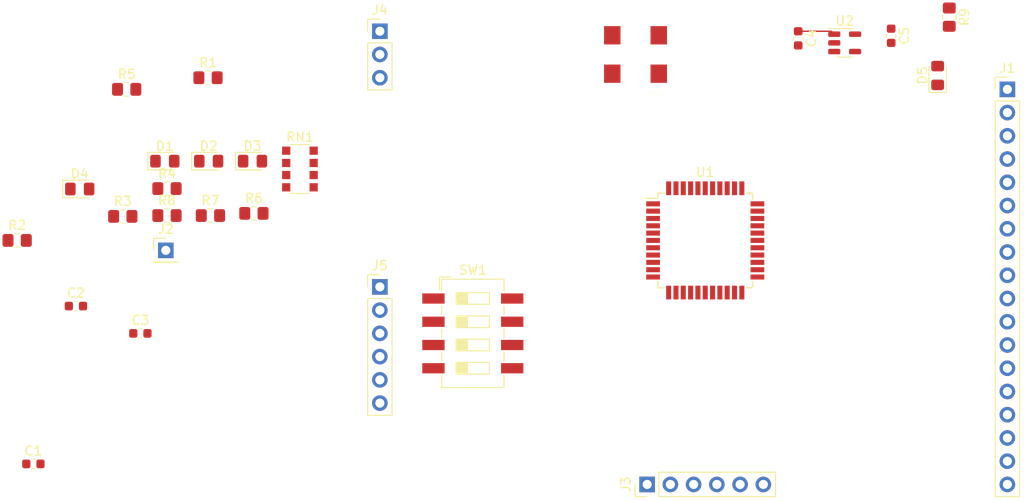
<source format=kicad_pcb>
(kicad_pcb (version 20171130) (host pcbnew 5.1.10-88a1d61d58~88~ubuntu18.04.1)

  (general
    (thickness 1.6)
    (drawings 0)
    (tracks 2)
    (zones 0)
    (modules 29)
    (nets 53)
  )

  (page A4)
  (layers
    (0 F.Cu signal)
    (31 B.Cu signal)
    (32 B.Adhes user)
    (33 F.Adhes user)
    (34 B.Paste user)
    (35 F.Paste user)
    (36 B.SilkS user)
    (37 F.SilkS user)
    (38 B.Mask user)
    (39 F.Mask user)
    (44 Edge.Cuts user)
    (45 Margin user)
    (46 B.CrtYd user)
    (47 F.CrtYd user)
    (48 B.Fab user)
    (49 F.Fab user hide)
  )

  (setup
    (last_trace_width 0.15)
    (trace_clearance 0.15)
    (zone_clearance 0.508)
    (zone_45_only no)
    (trace_min 0.15)
    (via_size 0.6)
    (via_drill 0.3)
    (via_min_size 0.6)
    (via_min_drill 0.3)
    (user_via 0.8 0.4)
    (uvia_size 0.3)
    (uvia_drill 0.1)
    (uvias_allowed no)
    (uvia_min_size 0.2)
    (uvia_min_drill 0.1)
    (edge_width 0.15)
    (segment_width 0.2)
    (pcb_text_width 0.3)
    (pcb_text_size 1.5 1.5)
    (mod_edge_width 0.15)
    (mod_text_size 1 1)
    (mod_text_width 0.15)
    (pad_size 1.524 1.524)
    (pad_drill 0.762)
    (pad_to_mask_clearance 0.1)
    (aux_axis_origin 0 0)
    (visible_elements FFFFFF7F)
    (pcbplotparams
      (layerselection 0x010fc_ffffffff)
      (usegerberextensions false)
      (usegerberattributes true)
      (usegerberadvancedattributes true)
      (creategerberjobfile true)
      (excludeedgelayer true)
      (linewidth 0.100000)
      (plotframeref false)
      (viasonmask false)
      (mode 1)
      (useauxorigin false)
      (hpglpennumber 1)
      (hpglpenspeed 20)
      (hpglpendiameter 15.000000)
      (psnegative false)
      (psa4output false)
      (plotreference true)
      (plotvalue true)
      (plotinvisibletext false)
      (padsonsilk false)
      (subtractmaskfromsilk false)
      (outputformat 1)
      (mirror false)
      (drillshape 1)
      (scaleselection 1)
      (outputdirectory ""))
  )

  (net 0 "")
  (net 1 +3V3)
  (net 2 GND)
  (net 3 +5V)
  (net 4 "Net-(D1-Pad2)")
  (net 5 "Net-(D2-Pad2)")
  (net 6 "Net-(D3-Pad2)")
  (net 7 "Net-(D4-Pad2)")
  (net 8 "Net-(D5-Pad2)")
  (net 9 /P2-1)
  (net 10 /P2-2)
  (net 11 /P2-3)
  (net 12 /P2-4)
  (net 13 /P2-5)
  (net 14 /P2-6)
  (net 15 /P2-7)
  (net 16 /P2-8)
  (net 17 /P2-9)
  (net 18 /P2-10)
  (net 19 /P2-11)
  (net 20 /P2-12)
  (net 21 /P2-13)
  (net 22 /P2-14)
  (net 23 /P2-15)
  (net 24 /P2-16)
  (net 25 /P2-17)
  (net 26 "Net-(J2-Pad1)")
  (net 27 /TDI)
  (net 28 /TMS)
  (net 29 /TCK)
  (net 30 /TDO)
  (net 31 /P1-1)
  (net 32 /P1-2)
  (net 33 /P1-9)
  (net 34 /P1-8)
  (net 35 /P1-7)
  (net 36 /P1-6)
  (net 37 /P1-5)
  (net 38 /P1-4)
  (net 39 /CLK_OUT)
  (net 40 /P1-14)
  (net 41 "Net-(R1-Pad1)")
  (net 42 "Net-(R2-Pad1)")
  (net 43 /P1-17)
  (net 44 /P1-16)
  (net 45 "Net-(R3-Pad1)")
  (net 46 "Net-(R4-Pad1)")
  (net 47 /P1-15)
  (net 48 /P1-10)
  (net 49 /P1-11)
  (net 50 /P1-12)
  (net 51 /P1-13)
  (net 52 "Net-(U2-Pad4)")

  (net_class Default "This is the default net class."
    (clearance 0.15)
    (trace_width 0.15)
    (via_dia 0.6)
    (via_drill 0.3)
    (uvia_dia 0.3)
    (uvia_drill 0.1)
    (add_net +3V3)
    (add_net +5V)
    (add_net /CLK_OUT)
    (add_net /P1-1)
    (add_net /P1-10)
    (add_net /P1-11)
    (add_net /P1-12)
    (add_net /P1-13)
    (add_net /P1-14)
    (add_net /P1-15)
    (add_net /P1-16)
    (add_net /P1-17)
    (add_net /P1-2)
    (add_net /P1-4)
    (add_net /P1-5)
    (add_net /P1-6)
    (add_net /P1-7)
    (add_net /P1-8)
    (add_net /P1-9)
    (add_net /P2-1)
    (add_net /P2-10)
    (add_net /P2-11)
    (add_net /P2-12)
    (add_net /P2-13)
    (add_net /P2-14)
    (add_net /P2-15)
    (add_net /P2-16)
    (add_net /P2-17)
    (add_net /P2-2)
    (add_net /P2-3)
    (add_net /P2-4)
    (add_net /P2-5)
    (add_net /P2-6)
    (add_net /P2-7)
    (add_net /P2-8)
    (add_net /P2-9)
    (add_net /TCK)
    (add_net /TDI)
    (add_net /TDO)
    (add_net /TMS)
    (add_net GND)
    (add_net "Net-(D1-Pad2)")
    (add_net "Net-(D2-Pad2)")
    (add_net "Net-(D3-Pad2)")
    (add_net "Net-(D4-Pad2)")
    (add_net "Net-(D5-Pad2)")
    (add_net "Net-(J2-Pad1)")
    (add_net "Net-(R1-Pad1)")
    (add_net "Net-(R2-Pad1)")
    (add_net "Net-(R3-Pad1)")
    (add_net "Net-(R4-Pad1)")
    (add_net "Net-(U2-Pad4)")
  )

  (net_class POWER ""
    (clearance 0.2)
    (trace_width 0.2)
    (via_dia 0.8)
    (via_drill 0.4)
    (uvia_dia 0.3)
    (uvia_drill 0.1)
  )

  (module Capacitor_SMD:C_0603_1608Metric (layer F.Cu) (tedit 5F68FEEE) (tstamp 60BABABA)
    (at 37.065001 71.415001)
    (descr "Capacitor SMD 0603 (1608 Metric), square (rectangular) end terminal, IPC_7351 nominal, (Body size source: IPC-SM-782 page 76, https://www.pcb-3d.com/wordpress/wp-content/uploads/ipc-sm-782a_amendment_1_and_2.pdf), generated with kicad-footprint-generator")
    (tags capacitor)
    (path /5D362615)
    (attr smd)
    (fp_text reference C1 (at 0 -1.43) (layer F.SilkS)
      (effects (font (size 1 1) (thickness 0.15)))
    )
    (fp_text value 0.1uF (at 0 1.43) (layer F.Fab)
      (effects (font (size 1 1) (thickness 0.15)))
    )
    (fp_line (start 1.48 0.73) (end -1.48 0.73) (layer F.CrtYd) (width 0.05))
    (fp_line (start 1.48 -0.73) (end 1.48 0.73) (layer F.CrtYd) (width 0.05))
    (fp_line (start -1.48 -0.73) (end 1.48 -0.73) (layer F.CrtYd) (width 0.05))
    (fp_line (start -1.48 0.73) (end -1.48 -0.73) (layer F.CrtYd) (width 0.05))
    (fp_line (start -0.14058 0.51) (end 0.14058 0.51) (layer F.SilkS) (width 0.12))
    (fp_line (start -0.14058 -0.51) (end 0.14058 -0.51) (layer F.SilkS) (width 0.12))
    (fp_line (start 0.8 0.4) (end -0.8 0.4) (layer F.Fab) (width 0.1))
    (fp_line (start 0.8 -0.4) (end 0.8 0.4) (layer F.Fab) (width 0.1))
    (fp_line (start -0.8 -0.4) (end 0.8 -0.4) (layer F.Fab) (width 0.1))
    (fp_line (start -0.8 0.4) (end -0.8 -0.4) (layer F.Fab) (width 0.1))
    (fp_text user %R (at 0 0) (layer F.Fab)
      (effects (font (size 0.4 0.4) (thickness 0.06)))
    )
    (pad 1 smd roundrect (at -0.775 0) (size 0.9 0.95) (layers F.Cu F.Paste F.Mask) (roundrect_rratio 0.25)
      (net 1 +3V3))
    (pad 2 smd roundrect (at 0.775 0) (size 0.9 0.95) (layers F.Cu F.Paste F.Mask) (roundrect_rratio 0.25)
      (net 2 GND))
    (model ${KICAD6_3DMODEL_DIR}/Capacitor_SMD.3dshapes/C_0603_1608Metric.wrl
      (at (xyz 0 0 0))
      (scale (xyz 1 1 1))
      (rotate (xyz 0 0 0))
    )
  )

  (module Capacitor_SMD:C_0603_1608Metric (layer F.Cu) (tedit 5F68FEEE) (tstamp 60BABACB)
    (at 41.715001 54.165001)
    (descr "Capacitor SMD 0603 (1608 Metric), square (rectangular) end terminal, IPC_7351 nominal, (Body size source: IPC-SM-782 page 76, https://www.pcb-3d.com/wordpress/wp-content/uploads/ipc-sm-782a_amendment_1_and_2.pdf), generated with kicad-footprint-generator")
    (tags capacitor)
    (path /5D50F7BC)
    (attr smd)
    (fp_text reference C2 (at 0 -1.43) (layer F.SilkS)
      (effects (font (size 1 1) (thickness 0.15)))
    )
    (fp_text value 0.1uF (at 0 1.43) (layer F.Fab)
      (effects (font (size 1 1) (thickness 0.15)))
    )
    (fp_text user %R (at 0 0) (layer F.Fab)
      (effects (font (size 0.4 0.4) (thickness 0.06)))
    )
    (fp_line (start -0.8 0.4) (end -0.8 -0.4) (layer F.Fab) (width 0.1))
    (fp_line (start -0.8 -0.4) (end 0.8 -0.4) (layer F.Fab) (width 0.1))
    (fp_line (start 0.8 -0.4) (end 0.8 0.4) (layer F.Fab) (width 0.1))
    (fp_line (start 0.8 0.4) (end -0.8 0.4) (layer F.Fab) (width 0.1))
    (fp_line (start -0.14058 -0.51) (end 0.14058 -0.51) (layer F.SilkS) (width 0.12))
    (fp_line (start -0.14058 0.51) (end 0.14058 0.51) (layer F.SilkS) (width 0.12))
    (fp_line (start -1.48 0.73) (end -1.48 -0.73) (layer F.CrtYd) (width 0.05))
    (fp_line (start -1.48 -0.73) (end 1.48 -0.73) (layer F.CrtYd) (width 0.05))
    (fp_line (start 1.48 -0.73) (end 1.48 0.73) (layer F.CrtYd) (width 0.05))
    (fp_line (start 1.48 0.73) (end -1.48 0.73) (layer F.CrtYd) (width 0.05))
    (pad 2 smd roundrect (at 0.775 0) (size 0.9 0.95) (layers F.Cu F.Paste F.Mask) (roundrect_rratio 0.25)
      (net 2 GND))
    (pad 1 smd roundrect (at -0.775 0) (size 0.9 0.95) (layers F.Cu F.Paste F.Mask) (roundrect_rratio 0.25)
      (net 1 +3V3))
    (model ${KICAD6_3DMODEL_DIR}/Capacitor_SMD.3dshapes/C_0603_1608Metric.wrl
      (at (xyz 0 0 0))
      (scale (xyz 1 1 1))
      (rotate (xyz 0 0 0))
    )
  )

  (module Capacitor_SMD:C_0603_1608Metric (layer F.Cu) (tedit 5F68FEEE) (tstamp 60BABADC)
    (at 48.755 57.15)
    (descr "Capacitor SMD 0603 (1608 Metric), square (rectangular) end terminal, IPC_7351 nominal, (Body size source: IPC-SM-782 page 76, https://www.pcb-3d.com/wordpress/wp-content/uploads/ipc-sm-782a_amendment_1_and_2.pdf), generated with kicad-footprint-generator")
    (tags capacitor)
    (path /5DB79625)
    (attr smd)
    (fp_text reference C3 (at 0 -1.43) (layer F.SilkS)
      (effects (font (size 1 1) (thickness 0.15)))
    )
    (fp_text value 0.1uF (at 0 1.43) (layer F.Fab)
      (effects (font (size 1 1) (thickness 0.15)))
    )
    (fp_line (start 1.48 0.73) (end -1.48 0.73) (layer F.CrtYd) (width 0.05))
    (fp_line (start 1.48 -0.73) (end 1.48 0.73) (layer F.CrtYd) (width 0.05))
    (fp_line (start -1.48 -0.73) (end 1.48 -0.73) (layer F.CrtYd) (width 0.05))
    (fp_line (start -1.48 0.73) (end -1.48 -0.73) (layer F.CrtYd) (width 0.05))
    (fp_line (start -0.14058 0.51) (end 0.14058 0.51) (layer F.SilkS) (width 0.12))
    (fp_line (start -0.14058 -0.51) (end 0.14058 -0.51) (layer F.SilkS) (width 0.12))
    (fp_line (start 0.8 0.4) (end -0.8 0.4) (layer F.Fab) (width 0.1))
    (fp_line (start 0.8 -0.4) (end 0.8 0.4) (layer F.Fab) (width 0.1))
    (fp_line (start -0.8 -0.4) (end 0.8 -0.4) (layer F.Fab) (width 0.1))
    (fp_line (start -0.8 0.4) (end -0.8 -0.4) (layer F.Fab) (width 0.1))
    (fp_text user %R (at 0 0) (layer F.Fab)
      (effects (font (size 0.4 0.4) (thickness 0.06)))
    )
    (pad 1 smd roundrect (at -0.775 0) (size 0.9 0.95) (layers F.Cu F.Paste F.Mask) (roundrect_rratio 0.25)
      (net 1 +3V3))
    (pad 2 smd roundrect (at 0.775 0) (size 0.9 0.95) (layers F.Cu F.Paste F.Mask) (roundrect_rratio 0.25)
      (net 2 GND))
    (model ${KICAD6_3DMODEL_DIR}/Capacitor_SMD.3dshapes/C_0603_1608Metric.wrl
      (at (xyz 0 0 0))
      (scale (xyz 1 1 1))
      (rotate (xyz 0 0 0))
    )
  )

  (module Capacitor_SMD:C_0603_1608Metric (layer F.Cu) (tedit 5F68FEEE) (tstamp 60BABAED)
    (at 120.65 24.905 270)
    (descr "Capacitor SMD 0603 (1608 Metric), square (rectangular) end terminal, IPC_7351 nominal, (Body size source: IPC-SM-782 page 76, https://www.pcb-3d.com/wordpress/wp-content/uploads/ipc-sm-782a_amendment_1_and_2.pdf), generated with kicad-footprint-generator")
    (tags capacitor)
    (path /5DBD69BE)
    (attr smd)
    (fp_text reference C4 (at 0 -1.43 90) (layer F.SilkS)
      (effects (font (size 1 1) (thickness 0.15)))
    )
    (fp_text value 1uF (at 0 1.43 90) (layer F.Fab)
      (effects (font (size 1 1) (thickness 0.15)))
    )
    (fp_text user %R (at 0 0 90) (layer F.Fab)
      (effects (font (size 0.4 0.4) (thickness 0.06)))
    )
    (fp_line (start -0.8 0.4) (end -0.8 -0.4) (layer F.Fab) (width 0.1))
    (fp_line (start -0.8 -0.4) (end 0.8 -0.4) (layer F.Fab) (width 0.1))
    (fp_line (start 0.8 -0.4) (end 0.8 0.4) (layer F.Fab) (width 0.1))
    (fp_line (start 0.8 0.4) (end -0.8 0.4) (layer F.Fab) (width 0.1))
    (fp_line (start -0.14058 -0.51) (end 0.14058 -0.51) (layer F.SilkS) (width 0.12))
    (fp_line (start -0.14058 0.51) (end 0.14058 0.51) (layer F.SilkS) (width 0.12))
    (fp_line (start -1.48 0.73) (end -1.48 -0.73) (layer F.CrtYd) (width 0.05))
    (fp_line (start -1.48 -0.73) (end 1.48 -0.73) (layer F.CrtYd) (width 0.05))
    (fp_line (start 1.48 -0.73) (end 1.48 0.73) (layer F.CrtYd) (width 0.05))
    (fp_line (start 1.48 0.73) (end -1.48 0.73) (layer F.CrtYd) (width 0.05))
    (pad 2 smd roundrect (at 0.775 0 270) (size 0.9 0.95) (layers F.Cu F.Paste F.Mask) (roundrect_rratio 0.25)
      (net 2 GND))
    (pad 1 smd roundrect (at -0.775 0 270) (size 0.9 0.95) (layers F.Cu F.Paste F.Mask) (roundrect_rratio 0.25)
      (net 3 +5V))
    (model ${KICAD6_3DMODEL_DIR}/Capacitor_SMD.3dshapes/C_0603_1608Metric.wrl
      (at (xyz 0 0 0))
      (scale (xyz 1 1 1))
      (rotate (xyz 0 0 0))
    )
  )

  (module Capacitor_SMD:C_0603_1608Metric (layer F.Cu) (tedit 5F68FEEE) (tstamp 60BABAFE)
    (at 130.81 24.625 270)
    (descr "Capacitor SMD 0603 (1608 Metric), square (rectangular) end terminal, IPC_7351 nominal, (Body size source: IPC-SM-782 page 76, https://www.pcb-3d.com/wordpress/wp-content/uploads/ipc-sm-782a_amendment_1_and_2.pdf), generated with kicad-footprint-generator")
    (tags capacitor)
    (path /5DBD69C8)
    (attr smd)
    (fp_text reference C5 (at 0 -1.43 90) (layer F.SilkS)
      (effects (font (size 1 1) (thickness 0.15)))
    )
    (fp_text value 1uF (at 0 1.43 90) (layer F.Fab)
      (effects (font (size 1 1) (thickness 0.15)))
    )
    (fp_line (start 1.48 0.73) (end -1.48 0.73) (layer F.CrtYd) (width 0.05))
    (fp_line (start 1.48 -0.73) (end 1.48 0.73) (layer F.CrtYd) (width 0.05))
    (fp_line (start -1.48 -0.73) (end 1.48 -0.73) (layer F.CrtYd) (width 0.05))
    (fp_line (start -1.48 0.73) (end -1.48 -0.73) (layer F.CrtYd) (width 0.05))
    (fp_line (start -0.14058 0.51) (end 0.14058 0.51) (layer F.SilkS) (width 0.12))
    (fp_line (start -0.14058 -0.51) (end 0.14058 -0.51) (layer F.SilkS) (width 0.12))
    (fp_line (start 0.8 0.4) (end -0.8 0.4) (layer F.Fab) (width 0.1))
    (fp_line (start 0.8 -0.4) (end 0.8 0.4) (layer F.Fab) (width 0.1))
    (fp_line (start -0.8 -0.4) (end 0.8 -0.4) (layer F.Fab) (width 0.1))
    (fp_line (start -0.8 0.4) (end -0.8 -0.4) (layer F.Fab) (width 0.1))
    (fp_text user %R (at 0 0 90) (layer F.Fab)
      (effects (font (size 0.4 0.4) (thickness 0.06)))
    )
    (pad 1 smd roundrect (at -0.775 0 270) (size 0.9 0.95) (layers F.Cu F.Paste F.Mask) (roundrect_rratio 0.25)
      (net 1 +3V3))
    (pad 2 smd roundrect (at 0.775 0 270) (size 0.9 0.95) (layers F.Cu F.Paste F.Mask) (roundrect_rratio 0.25)
      (net 2 GND))
    (model ${KICAD6_3DMODEL_DIR}/Capacitor_SMD.3dshapes/C_0603_1608Metric.wrl
      (at (xyz 0 0 0))
      (scale (xyz 1 1 1))
      (rotate (xyz 0 0 0))
    )
  )

  (module Diode_SMD:D_0805_2012Metric_Pad1.15x1.40mm_HandSolder (layer F.Cu) (tedit 5F68FEF0) (tstamp 60BAD1C7)
    (at 51.430001 38.330001)
    (descr "Diode SMD 0805 (2012 Metric), square (rectangular) end terminal, IPC_7351 nominal, (Body size source: https://docs.google.com/spreadsheets/d/1BsfQQcO9C6DZCsRaXUlFlo91Tg2WpOkGARC1WS5S8t0/edit?usp=sharing), generated with kicad-footprint-generator")
    (tags "diode handsolder")
    (path /60BF80AD)
    (attr smd)
    (fp_text reference D1 (at 0 -1.65) (layer F.SilkS)
      (effects (font (size 1 1) (thickness 0.15)))
    )
    (fp_text value LED (at 0 1.65) (layer F.Fab)
      (effects (font (size 1 1) (thickness 0.15)))
    )
    (fp_line (start 1.85 0.95) (end -1.85 0.95) (layer F.CrtYd) (width 0.05))
    (fp_line (start 1.85 -0.95) (end 1.85 0.95) (layer F.CrtYd) (width 0.05))
    (fp_line (start -1.85 -0.95) (end 1.85 -0.95) (layer F.CrtYd) (width 0.05))
    (fp_line (start -1.85 0.95) (end -1.85 -0.95) (layer F.CrtYd) (width 0.05))
    (fp_line (start -1.86 0.96) (end 1 0.96) (layer F.SilkS) (width 0.12))
    (fp_line (start -1.86 -0.96) (end -1.86 0.96) (layer F.SilkS) (width 0.12))
    (fp_line (start 1 -0.96) (end -1.86 -0.96) (layer F.SilkS) (width 0.12))
    (fp_line (start 1 0.6) (end 1 -0.6) (layer F.Fab) (width 0.1))
    (fp_line (start -1 0.6) (end 1 0.6) (layer F.Fab) (width 0.1))
    (fp_line (start -1 -0.3) (end -1 0.6) (layer F.Fab) (width 0.1))
    (fp_line (start -0.7 -0.6) (end -1 -0.3) (layer F.Fab) (width 0.1))
    (fp_line (start 1 -0.6) (end -0.7 -0.6) (layer F.Fab) (width 0.1))
    (fp_text user %R (at 0 0) (layer F.Fab)
      (effects (font (size 0.5 0.5) (thickness 0.08)))
    )
    (pad 1 smd roundrect (at -1.025 0) (size 1.15 1.4) (layers F.Cu F.Paste F.Mask) (roundrect_rratio 0.217391)
      (net 2 GND))
    (pad 2 smd roundrect (at 1.025 0) (size 1.15 1.4) (layers F.Cu F.Paste F.Mask) (roundrect_rratio 0.217391)
      (net 4 "Net-(D1-Pad2)"))
    (model ${KICAD6_3DMODEL_DIR}/Diode_SMD.3dshapes/D_0805_2012Metric.wrl
      (at (xyz 0 0 0))
      (scale (xyz 1 1 1))
      (rotate (xyz 0 0 0))
    )
  )

  (module Diode_SMD:D_0805_2012Metric_Pad1.15x1.40mm_HandSolder (layer F.Cu) (tedit 5F68FEF0) (tstamp 60BABB24)
    (at 56.220001 38.330001)
    (descr "Diode SMD 0805 (2012 Metric), square (rectangular) end terminal, IPC_7351 nominal, (Body size source: https://docs.google.com/spreadsheets/d/1BsfQQcO9C6DZCsRaXUlFlo91Tg2WpOkGARC1WS5S8t0/edit?usp=sharing), generated with kicad-footprint-generator")
    (tags "diode handsolder")
    (path /60BF936A)
    (attr smd)
    (fp_text reference D2 (at 0 -1.65) (layer F.SilkS)
      (effects (font (size 1 1) (thickness 0.15)))
    )
    (fp_text value LED (at 0 1.65) (layer F.Fab)
      (effects (font (size 1 1) (thickness 0.15)))
    )
    (fp_line (start 1.85 0.95) (end -1.85 0.95) (layer F.CrtYd) (width 0.05))
    (fp_line (start 1.85 -0.95) (end 1.85 0.95) (layer F.CrtYd) (width 0.05))
    (fp_line (start -1.85 -0.95) (end 1.85 -0.95) (layer F.CrtYd) (width 0.05))
    (fp_line (start -1.85 0.95) (end -1.85 -0.95) (layer F.CrtYd) (width 0.05))
    (fp_line (start -1.86 0.96) (end 1 0.96) (layer F.SilkS) (width 0.12))
    (fp_line (start -1.86 -0.96) (end -1.86 0.96) (layer F.SilkS) (width 0.12))
    (fp_line (start 1 -0.96) (end -1.86 -0.96) (layer F.SilkS) (width 0.12))
    (fp_line (start 1 0.6) (end 1 -0.6) (layer F.Fab) (width 0.1))
    (fp_line (start -1 0.6) (end 1 0.6) (layer F.Fab) (width 0.1))
    (fp_line (start -1 -0.3) (end -1 0.6) (layer F.Fab) (width 0.1))
    (fp_line (start -0.7 -0.6) (end -1 -0.3) (layer F.Fab) (width 0.1))
    (fp_line (start 1 -0.6) (end -0.7 -0.6) (layer F.Fab) (width 0.1))
    (fp_text user %R (at 0 0) (layer F.Fab)
      (effects (font (size 0.5 0.5) (thickness 0.08)))
    )
    (pad 1 smd roundrect (at -1.025 0) (size 1.15 1.4) (layers F.Cu F.Paste F.Mask) (roundrect_rratio 0.217391)
      (net 2 GND))
    (pad 2 smd roundrect (at 1.025 0) (size 1.15 1.4) (layers F.Cu F.Paste F.Mask) (roundrect_rratio 0.217391)
      (net 5 "Net-(D2-Pad2)"))
    (model ${KICAD6_3DMODEL_DIR}/Diode_SMD.3dshapes/D_0805_2012Metric.wrl
      (at (xyz 0 0 0))
      (scale (xyz 1 1 1))
      (rotate (xyz 0 0 0))
    )
  )

  (module Diode_SMD:D_0805_2012Metric_Pad1.15x1.40mm_HandSolder (layer F.Cu) (tedit 5F68FEF0) (tstamp 60BABB37)
    (at 61.010001 38.330001)
    (descr "Diode SMD 0805 (2012 Metric), square (rectangular) end terminal, IPC_7351 nominal, (Body size source: https://docs.google.com/spreadsheets/d/1BsfQQcO9C6DZCsRaXUlFlo91Tg2WpOkGARC1WS5S8t0/edit?usp=sharing), generated with kicad-footprint-generator")
    (tags "diode handsolder")
    (path /60BF9DB7)
    (attr smd)
    (fp_text reference D3 (at 0 -1.65) (layer F.SilkS)
      (effects (font (size 1 1) (thickness 0.15)))
    )
    (fp_text value LED (at 0 1.65) (layer F.Fab)
      (effects (font (size 1 1) (thickness 0.15)))
    )
    (fp_text user %R (at 0 0) (layer F.Fab)
      (effects (font (size 0.5 0.5) (thickness 0.08)))
    )
    (fp_line (start 1 -0.6) (end -0.7 -0.6) (layer F.Fab) (width 0.1))
    (fp_line (start -0.7 -0.6) (end -1 -0.3) (layer F.Fab) (width 0.1))
    (fp_line (start -1 -0.3) (end -1 0.6) (layer F.Fab) (width 0.1))
    (fp_line (start -1 0.6) (end 1 0.6) (layer F.Fab) (width 0.1))
    (fp_line (start 1 0.6) (end 1 -0.6) (layer F.Fab) (width 0.1))
    (fp_line (start 1 -0.96) (end -1.86 -0.96) (layer F.SilkS) (width 0.12))
    (fp_line (start -1.86 -0.96) (end -1.86 0.96) (layer F.SilkS) (width 0.12))
    (fp_line (start -1.86 0.96) (end 1 0.96) (layer F.SilkS) (width 0.12))
    (fp_line (start -1.85 0.95) (end -1.85 -0.95) (layer F.CrtYd) (width 0.05))
    (fp_line (start -1.85 -0.95) (end 1.85 -0.95) (layer F.CrtYd) (width 0.05))
    (fp_line (start 1.85 -0.95) (end 1.85 0.95) (layer F.CrtYd) (width 0.05))
    (fp_line (start 1.85 0.95) (end -1.85 0.95) (layer F.CrtYd) (width 0.05))
    (pad 2 smd roundrect (at 1.025 0) (size 1.15 1.4) (layers F.Cu F.Paste F.Mask) (roundrect_rratio 0.217391)
      (net 6 "Net-(D3-Pad2)"))
    (pad 1 smd roundrect (at -1.025 0) (size 1.15 1.4) (layers F.Cu F.Paste F.Mask) (roundrect_rratio 0.217391)
      (net 2 GND))
    (model ${KICAD6_3DMODEL_DIR}/Diode_SMD.3dshapes/D_0805_2012Metric.wrl
      (at (xyz 0 0 0))
      (scale (xyz 1 1 1))
      (rotate (xyz 0 0 0))
    )
  )

  (module Diode_SMD:D_0805_2012Metric_Pad1.15x1.40mm_HandSolder (layer F.Cu) (tedit 5F68FEF0) (tstamp 60BABB4A)
    (at 42.130001 41.370001)
    (descr "Diode SMD 0805 (2012 Metric), square (rectangular) end terminal, IPC_7351 nominal, (Body size source: https://docs.google.com/spreadsheets/d/1BsfQQcO9C6DZCsRaXUlFlo91Tg2WpOkGARC1WS5S8t0/edit?usp=sharing), generated with kicad-footprint-generator")
    (tags "diode handsolder")
    (path /60BFB139)
    (attr smd)
    (fp_text reference D4 (at 0 -1.65) (layer F.SilkS)
      (effects (font (size 1 1) (thickness 0.15)))
    )
    (fp_text value LED (at 0 1.65) (layer F.Fab)
      (effects (font (size 1 1) (thickness 0.15)))
    )
    (fp_line (start 1.85 0.95) (end -1.85 0.95) (layer F.CrtYd) (width 0.05))
    (fp_line (start 1.85 -0.95) (end 1.85 0.95) (layer F.CrtYd) (width 0.05))
    (fp_line (start -1.85 -0.95) (end 1.85 -0.95) (layer F.CrtYd) (width 0.05))
    (fp_line (start -1.85 0.95) (end -1.85 -0.95) (layer F.CrtYd) (width 0.05))
    (fp_line (start -1.86 0.96) (end 1 0.96) (layer F.SilkS) (width 0.12))
    (fp_line (start -1.86 -0.96) (end -1.86 0.96) (layer F.SilkS) (width 0.12))
    (fp_line (start 1 -0.96) (end -1.86 -0.96) (layer F.SilkS) (width 0.12))
    (fp_line (start 1 0.6) (end 1 -0.6) (layer F.Fab) (width 0.1))
    (fp_line (start -1 0.6) (end 1 0.6) (layer F.Fab) (width 0.1))
    (fp_line (start -1 -0.3) (end -1 0.6) (layer F.Fab) (width 0.1))
    (fp_line (start -0.7 -0.6) (end -1 -0.3) (layer F.Fab) (width 0.1))
    (fp_line (start 1 -0.6) (end -0.7 -0.6) (layer F.Fab) (width 0.1))
    (fp_text user %R (at 0 0) (layer F.Fab)
      (effects (font (size 0.5 0.5) (thickness 0.08)))
    )
    (pad 1 smd roundrect (at -1.025 0) (size 1.15 1.4) (layers F.Cu F.Paste F.Mask) (roundrect_rratio 0.217391)
      (net 2 GND))
    (pad 2 smd roundrect (at 1.025 0) (size 1.15 1.4) (layers F.Cu F.Paste F.Mask) (roundrect_rratio 0.217391)
      (net 7 "Net-(D4-Pad2)"))
    (model ${KICAD6_3DMODEL_DIR}/Diode_SMD.3dshapes/D_0805_2012Metric.wrl
      (at (xyz 0 0 0))
      (scale (xyz 1 1 1))
      (rotate (xyz 0 0 0))
    )
  )

  (module Diode_SMD:D_0805_2012Metric_Pad1.15x1.40mm_HandSolder (layer F.Cu) (tedit 5F68FEF0) (tstamp 60BABB5D)
    (at 135.89 28.965 90)
    (descr "Diode SMD 0805 (2012 Metric), square (rectangular) end terminal, IPC_7351 nominal, (Body size source: https://docs.google.com/spreadsheets/d/1BsfQQcO9C6DZCsRaXUlFlo91Tg2WpOkGARC1WS5S8t0/edit?usp=sharing), generated with kicad-footprint-generator")
    (tags "diode handsolder")
    (path /60C00D1C)
    (attr smd)
    (fp_text reference D5 (at 0 -1.65 90) (layer F.SilkS)
      (effects (font (size 1 1) (thickness 0.15)))
    )
    (fp_text value LED (at 0 1.65 90) (layer F.Fab)
      (effects (font (size 1 1) (thickness 0.15)))
    )
    (fp_text user %R (at 0 0 90) (layer F.Fab)
      (effects (font (size 0.5 0.5) (thickness 0.08)))
    )
    (fp_line (start 1 -0.6) (end -0.7 -0.6) (layer F.Fab) (width 0.1))
    (fp_line (start -0.7 -0.6) (end -1 -0.3) (layer F.Fab) (width 0.1))
    (fp_line (start -1 -0.3) (end -1 0.6) (layer F.Fab) (width 0.1))
    (fp_line (start -1 0.6) (end 1 0.6) (layer F.Fab) (width 0.1))
    (fp_line (start 1 0.6) (end 1 -0.6) (layer F.Fab) (width 0.1))
    (fp_line (start 1 -0.96) (end -1.86 -0.96) (layer F.SilkS) (width 0.12))
    (fp_line (start -1.86 -0.96) (end -1.86 0.96) (layer F.SilkS) (width 0.12))
    (fp_line (start -1.86 0.96) (end 1 0.96) (layer F.SilkS) (width 0.12))
    (fp_line (start -1.85 0.95) (end -1.85 -0.95) (layer F.CrtYd) (width 0.05))
    (fp_line (start -1.85 -0.95) (end 1.85 -0.95) (layer F.CrtYd) (width 0.05))
    (fp_line (start 1.85 -0.95) (end 1.85 0.95) (layer F.CrtYd) (width 0.05))
    (fp_line (start 1.85 0.95) (end -1.85 0.95) (layer F.CrtYd) (width 0.05))
    (pad 2 smd roundrect (at 1.025 0 90) (size 1.15 1.4) (layers F.Cu F.Paste F.Mask) (roundrect_rratio 0.217391)
      (net 8 "Net-(D5-Pad2)"))
    (pad 1 smd roundrect (at -1.025 0 90) (size 1.15 1.4) (layers F.Cu F.Paste F.Mask) (roundrect_rratio 0.217391)
      (net 2 GND))
    (model ${KICAD6_3DMODEL_DIR}/Diode_SMD.3dshapes/D_0805_2012Metric.wrl
      (at (xyz 0 0 0))
      (scale (xyz 1 1 1))
      (rotate (xyz 0 0 0))
    )
  )

  (module Connector_PinHeader_2.54mm:PinHeader_1x18_P2.54mm_Vertical (layer F.Cu) (tedit 59FED5CC) (tstamp 60BABB83)
    (at 143.51 30.48)
    (descr "Through hole straight pin header, 1x18, 2.54mm pitch, single row")
    (tags "Through hole pin header THT 1x18 2.54mm single row")
    (path /5D35FF85)
    (fp_text reference J1 (at 0 -2.33) (layer F.SilkS)
      (effects (font (size 1 1) (thickness 0.15)))
    )
    (fp_text value 19-36 (at 0 45.51) (layer F.Fab)
      (effects (font (size 1 1) (thickness 0.15)))
    )
    (fp_line (start 1.8 -1.8) (end -1.8 -1.8) (layer F.CrtYd) (width 0.05))
    (fp_line (start 1.8 44.95) (end 1.8 -1.8) (layer F.CrtYd) (width 0.05))
    (fp_line (start -1.8 44.95) (end 1.8 44.95) (layer F.CrtYd) (width 0.05))
    (fp_line (start -1.8 -1.8) (end -1.8 44.95) (layer F.CrtYd) (width 0.05))
    (fp_line (start -1.33 -1.33) (end 0 -1.33) (layer F.SilkS) (width 0.12))
    (fp_line (start -1.33 0) (end -1.33 -1.33) (layer F.SilkS) (width 0.12))
    (fp_line (start -1.33 1.27) (end 1.33 1.27) (layer F.SilkS) (width 0.12))
    (fp_line (start 1.33 1.27) (end 1.33 44.51) (layer F.SilkS) (width 0.12))
    (fp_line (start -1.33 1.27) (end -1.33 44.51) (layer F.SilkS) (width 0.12))
    (fp_line (start -1.33 44.51) (end 1.33 44.51) (layer F.SilkS) (width 0.12))
    (fp_line (start -1.27 -0.635) (end -0.635 -1.27) (layer F.Fab) (width 0.1))
    (fp_line (start -1.27 44.45) (end -1.27 -0.635) (layer F.Fab) (width 0.1))
    (fp_line (start 1.27 44.45) (end -1.27 44.45) (layer F.Fab) (width 0.1))
    (fp_line (start 1.27 -1.27) (end 1.27 44.45) (layer F.Fab) (width 0.1))
    (fp_line (start -0.635 -1.27) (end 1.27 -1.27) (layer F.Fab) (width 0.1))
    (fp_text user %R (at 0 21.59 90) (layer F.Fab)
      (effects (font (size 1 1) (thickness 0.15)))
    )
    (pad 1 thru_hole rect (at 0 0) (size 1.7 1.7) (drill 1) (layers *.Cu *.Mask)
      (net 3 +5V))
    (pad 2 thru_hole oval (at 0 2.54) (size 1.7 1.7) (drill 1) (layers *.Cu *.Mask)
      (net 9 /P2-1))
    (pad 3 thru_hole oval (at 0 5.08) (size 1.7 1.7) (drill 1) (layers *.Cu *.Mask)
      (net 10 /P2-2))
    (pad 4 thru_hole oval (at 0 7.62) (size 1.7 1.7) (drill 1) (layers *.Cu *.Mask)
      (net 11 /P2-3))
    (pad 5 thru_hole oval (at 0 10.16) (size 1.7 1.7) (drill 1) (layers *.Cu *.Mask)
      (net 12 /P2-4))
    (pad 6 thru_hole oval (at 0 12.7) (size 1.7 1.7) (drill 1) (layers *.Cu *.Mask)
      (net 13 /P2-5))
    (pad 7 thru_hole oval (at 0 15.24) (size 1.7 1.7) (drill 1) (layers *.Cu *.Mask)
      (net 14 /P2-6))
    (pad 8 thru_hole oval (at 0 17.78) (size 1.7 1.7) (drill 1) (layers *.Cu *.Mask)
      (net 15 /P2-7))
    (pad 9 thru_hole oval (at 0 20.32) (size 1.7 1.7) (drill 1) (layers *.Cu *.Mask)
      (net 16 /P2-8))
    (pad 10 thru_hole oval (at 0 22.86) (size 1.7 1.7) (drill 1) (layers *.Cu *.Mask)
      (net 17 /P2-9))
    (pad 11 thru_hole oval (at 0 25.4) (size 1.7 1.7) (drill 1) (layers *.Cu *.Mask)
      (net 18 /P2-10))
    (pad 12 thru_hole oval (at 0 27.94) (size 1.7 1.7) (drill 1) (layers *.Cu *.Mask)
      (net 19 /P2-11))
    (pad 13 thru_hole oval (at 0 30.48) (size 1.7 1.7) (drill 1) (layers *.Cu *.Mask)
      (net 20 /P2-12))
    (pad 14 thru_hole oval (at 0 33.02) (size 1.7 1.7) (drill 1) (layers *.Cu *.Mask)
      (net 21 /P2-13))
    (pad 15 thru_hole oval (at 0 35.56) (size 1.7 1.7) (drill 1) (layers *.Cu *.Mask)
      (net 22 /P2-14))
    (pad 16 thru_hole oval (at 0 38.1) (size 1.7 1.7) (drill 1) (layers *.Cu *.Mask)
      (net 23 /P2-15))
    (pad 17 thru_hole oval (at 0 40.64) (size 1.7 1.7) (drill 1) (layers *.Cu *.Mask)
      (net 24 /P2-16))
    (pad 18 thru_hole oval (at 0 43.18) (size 1.7 1.7) (drill 1) (layers *.Cu *.Mask)
      (net 25 /P2-17))
    (model ${KICAD6_3DMODEL_DIR}/Connector_PinHeader_2.54mm.3dshapes/PinHeader_1x18_P2.54mm_Vertical.wrl
      (at (xyz 0 0 0))
      (scale (xyz 1 1 1))
      (rotate (xyz 0 0 0))
    )
  )

  (module Connector_PinHeader_2.54mm:PinHeader_1x01_P2.54mm_Vertical (layer F.Cu) (tedit 59FED5CC) (tstamp 60BABB98)
    (at 51.535001 48.075001)
    (descr "Through hole straight pin header, 1x01, 2.54mm pitch, single row")
    (tags "Through hole pin header THT 1x01 2.54mm single row")
    (path /60BDC1CD)
    (fp_text reference J2 (at 0 -2.33) (layer F.SilkS)
      (effects (font (size 1 1) (thickness 0.15)))
    )
    (fp_text value Conn_01x01 (at 0 2.33) (layer F.Fab)
      (effects (font (size 1 1) (thickness 0.15)))
    )
    (fp_line (start 1.8 -1.8) (end -1.8 -1.8) (layer F.CrtYd) (width 0.05))
    (fp_line (start 1.8 1.8) (end 1.8 -1.8) (layer F.CrtYd) (width 0.05))
    (fp_line (start -1.8 1.8) (end 1.8 1.8) (layer F.CrtYd) (width 0.05))
    (fp_line (start -1.8 -1.8) (end -1.8 1.8) (layer F.CrtYd) (width 0.05))
    (fp_line (start -1.33 -1.33) (end 0 -1.33) (layer F.SilkS) (width 0.12))
    (fp_line (start -1.33 0) (end -1.33 -1.33) (layer F.SilkS) (width 0.12))
    (fp_line (start -1.33 1.27) (end 1.33 1.27) (layer F.SilkS) (width 0.12))
    (fp_line (start 1.33 1.27) (end 1.33 1.33) (layer F.SilkS) (width 0.12))
    (fp_line (start -1.33 1.27) (end -1.33 1.33) (layer F.SilkS) (width 0.12))
    (fp_line (start -1.33 1.33) (end 1.33 1.33) (layer F.SilkS) (width 0.12))
    (fp_line (start -1.27 -0.635) (end -0.635 -1.27) (layer F.Fab) (width 0.1))
    (fp_line (start -1.27 1.27) (end -1.27 -0.635) (layer F.Fab) (width 0.1))
    (fp_line (start 1.27 1.27) (end -1.27 1.27) (layer F.Fab) (width 0.1))
    (fp_line (start 1.27 -1.27) (end 1.27 1.27) (layer F.Fab) (width 0.1))
    (fp_line (start -0.635 -1.27) (end 1.27 -1.27) (layer F.Fab) (width 0.1))
    (fp_text user %R (at 0 0 90) (layer F.Fab)
      (effects (font (size 1 1) (thickness 0.15)))
    )
    (pad 1 thru_hole rect (at 0 0) (size 1.7 1.7) (drill 1) (layers *.Cu *.Mask)
      (net 26 "Net-(J2-Pad1)"))
    (model ${KICAD6_3DMODEL_DIR}/Connector_PinHeader_2.54mm.3dshapes/PinHeader_1x01_P2.54mm_Vertical.wrl
      (at (xyz 0 0 0))
      (scale (xyz 1 1 1))
      (rotate (xyz 0 0 0))
    )
  )

  (module Connector_PinHeader_2.54mm:PinHeader_1x06_P2.54mm_Vertical (layer F.Cu) (tedit 59FED5CC) (tstamp 60BAD021)
    (at 104.14 73.66 90)
    (descr "Through hole straight pin header, 1x06, 2.54mm pitch, single row")
    (tags "Through hole pin header THT 1x06 2.54mm single row")
    (path /5DBB0774)
    (fp_text reference J3 (at 0 -2.33 90) (layer F.SilkS)
      (effects (font (size 1 1) (thickness 0.15)))
    )
    (fp_text value JTAG (at 0 15.03 90) (layer F.Fab)
      (effects (font (size 1 1) (thickness 0.15)))
    )
    (fp_line (start 1.8 -1.8) (end -1.8 -1.8) (layer F.CrtYd) (width 0.05))
    (fp_line (start 1.8 14.5) (end 1.8 -1.8) (layer F.CrtYd) (width 0.05))
    (fp_line (start -1.8 14.5) (end 1.8 14.5) (layer F.CrtYd) (width 0.05))
    (fp_line (start -1.8 -1.8) (end -1.8 14.5) (layer F.CrtYd) (width 0.05))
    (fp_line (start -1.33 -1.33) (end 0 -1.33) (layer F.SilkS) (width 0.12))
    (fp_line (start -1.33 0) (end -1.33 -1.33) (layer F.SilkS) (width 0.12))
    (fp_line (start -1.33 1.27) (end 1.33 1.27) (layer F.SilkS) (width 0.12))
    (fp_line (start 1.33 1.27) (end 1.33 14.03) (layer F.SilkS) (width 0.12))
    (fp_line (start -1.33 1.27) (end -1.33 14.03) (layer F.SilkS) (width 0.12))
    (fp_line (start -1.33 14.03) (end 1.33 14.03) (layer F.SilkS) (width 0.12))
    (fp_line (start -1.27 -0.635) (end -0.635 -1.27) (layer F.Fab) (width 0.1))
    (fp_line (start -1.27 13.97) (end -1.27 -0.635) (layer F.Fab) (width 0.1))
    (fp_line (start 1.27 13.97) (end -1.27 13.97) (layer F.Fab) (width 0.1))
    (fp_line (start 1.27 -1.27) (end 1.27 13.97) (layer F.Fab) (width 0.1))
    (fp_line (start -0.635 -1.27) (end 1.27 -1.27) (layer F.Fab) (width 0.1))
    (fp_text user %R (at 0 6.35) (layer F.Fab)
      (effects (font (size 1 1) (thickness 0.15)))
    )
    (pad 1 thru_hole rect (at 0 0 90) (size 1.7 1.7) (drill 1) (layers *.Cu *.Mask)
      (net 2 GND))
    (pad 2 thru_hole oval (at 0 2.54 90) (size 1.7 1.7) (drill 1) (layers *.Cu *.Mask)
      (net 3 +5V))
    (pad 3 thru_hole oval (at 0 5.08 90) (size 1.7 1.7) (drill 1) (layers *.Cu *.Mask)
      (net 27 /TDI))
    (pad 4 thru_hole oval (at 0 7.62 90) (size 1.7 1.7) (drill 1) (layers *.Cu *.Mask)
      (net 28 /TMS))
    (pad 5 thru_hole oval (at 0 10.16 90) (size 1.7 1.7) (drill 1) (layers *.Cu *.Mask)
      (net 29 /TCK))
    (pad 6 thru_hole oval (at 0 12.7 90) (size 1.7 1.7) (drill 1) (layers *.Cu *.Mask)
      (net 30 /TDO))
    (model ${KICAD6_3DMODEL_DIR}/Connector_PinHeader_2.54mm.3dshapes/PinHeader_1x06_P2.54mm_Vertical.wrl
      (at (xyz 0 0 0))
      (scale (xyz 1 1 1))
      (rotate (xyz 0 0 0))
    )
  )

  (module Connector_PinHeader_2.54mm:PinHeader_1x03_P2.54mm_Vertical (layer F.Cu) (tedit 59FED5CC) (tstamp 60BABBC9)
    (at 74.93 24.13)
    (descr "Through hole straight pin header, 1x03, 2.54mm pitch, single row")
    (tags "Through hole pin header THT 1x03 2.54mm single row")
    (path /60D87025)
    (fp_text reference J4 (at 0 -2.33) (layer F.SilkS)
      (effects (font (size 1 1) (thickness 0.15)))
    )
    (fp_text value Conn_01x03 (at 0 7.41) (layer F.Fab)
      (effects (font (size 1 1) (thickness 0.15)))
    )
    (fp_line (start 1.8 -1.8) (end -1.8 -1.8) (layer F.CrtYd) (width 0.05))
    (fp_line (start 1.8 6.85) (end 1.8 -1.8) (layer F.CrtYd) (width 0.05))
    (fp_line (start -1.8 6.85) (end 1.8 6.85) (layer F.CrtYd) (width 0.05))
    (fp_line (start -1.8 -1.8) (end -1.8 6.85) (layer F.CrtYd) (width 0.05))
    (fp_line (start -1.33 -1.33) (end 0 -1.33) (layer F.SilkS) (width 0.12))
    (fp_line (start -1.33 0) (end -1.33 -1.33) (layer F.SilkS) (width 0.12))
    (fp_line (start -1.33 1.27) (end 1.33 1.27) (layer F.SilkS) (width 0.12))
    (fp_line (start 1.33 1.27) (end 1.33 6.41) (layer F.SilkS) (width 0.12))
    (fp_line (start -1.33 1.27) (end -1.33 6.41) (layer F.SilkS) (width 0.12))
    (fp_line (start -1.33 6.41) (end 1.33 6.41) (layer F.SilkS) (width 0.12))
    (fp_line (start -1.27 -0.635) (end -0.635 -1.27) (layer F.Fab) (width 0.1))
    (fp_line (start -1.27 6.35) (end -1.27 -0.635) (layer F.Fab) (width 0.1))
    (fp_line (start 1.27 6.35) (end -1.27 6.35) (layer F.Fab) (width 0.1))
    (fp_line (start 1.27 -1.27) (end 1.27 6.35) (layer F.Fab) (width 0.1))
    (fp_line (start -0.635 -1.27) (end 1.27 -1.27) (layer F.Fab) (width 0.1))
    (fp_text user %R (at 0 2.54 90) (layer F.Fab)
      (effects (font (size 1 1) (thickness 0.15)))
    )
    (pad 1 thru_hole rect (at 0 0) (size 1.7 1.7) (drill 1) (layers *.Cu *.Mask)
      (net 2 GND))
    (pad 2 thru_hole oval (at 0 2.54) (size 1.7 1.7) (drill 1) (layers *.Cu *.Mask)
      (net 31 /P1-1))
    (pad 3 thru_hole oval (at 0 5.08) (size 1.7 1.7) (drill 1) (layers *.Cu *.Mask)
      (net 32 /P1-2))
    (model ${KICAD6_3DMODEL_DIR}/Connector_PinHeader_2.54mm.3dshapes/PinHeader_1x03_P2.54mm_Vertical.wrl
      (at (xyz 0 0 0))
      (scale (xyz 1 1 1))
      (rotate (xyz 0 0 0))
    )
  )

  (module Connector_PinHeader_2.54mm:PinHeader_1x06_P2.54mm_Vertical (layer F.Cu) (tedit 59FED5CC) (tstamp 60BABBE3)
    (at 74.93 52.07)
    (descr "Through hole straight pin header, 1x06, 2.54mm pitch, single row")
    (tags "Through hole pin header THT 1x06 2.54mm single row")
    (path /60D8538D)
    (fp_text reference J5 (at 0 -2.33) (layer F.SilkS)
      (effects (font (size 1 1) (thickness 0.15)))
    )
    (fp_text value Conn_01x06 (at 0 15.03) (layer F.Fab)
      (effects (font (size 1 1) (thickness 0.15)))
    )
    (fp_text user %R (at 0 6.35 90) (layer F.Fab)
      (effects (font (size 1 1) (thickness 0.15)))
    )
    (fp_line (start -0.635 -1.27) (end 1.27 -1.27) (layer F.Fab) (width 0.1))
    (fp_line (start 1.27 -1.27) (end 1.27 13.97) (layer F.Fab) (width 0.1))
    (fp_line (start 1.27 13.97) (end -1.27 13.97) (layer F.Fab) (width 0.1))
    (fp_line (start -1.27 13.97) (end -1.27 -0.635) (layer F.Fab) (width 0.1))
    (fp_line (start -1.27 -0.635) (end -0.635 -1.27) (layer F.Fab) (width 0.1))
    (fp_line (start -1.33 14.03) (end 1.33 14.03) (layer F.SilkS) (width 0.12))
    (fp_line (start -1.33 1.27) (end -1.33 14.03) (layer F.SilkS) (width 0.12))
    (fp_line (start 1.33 1.27) (end 1.33 14.03) (layer F.SilkS) (width 0.12))
    (fp_line (start -1.33 1.27) (end 1.33 1.27) (layer F.SilkS) (width 0.12))
    (fp_line (start -1.33 0) (end -1.33 -1.33) (layer F.SilkS) (width 0.12))
    (fp_line (start -1.33 -1.33) (end 0 -1.33) (layer F.SilkS) (width 0.12))
    (fp_line (start -1.8 -1.8) (end -1.8 14.5) (layer F.CrtYd) (width 0.05))
    (fp_line (start -1.8 14.5) (end 1.8 14.5) (layer F.CrtYd) (width 0.05))
    (fp_line (start 1.8 14.5) (end 1.8 -1.8) (layer F.CrtYd) (width 0.05))
    (fp_line (start 1.8 -1.8) (end -1.8 -1.8) (layer F.CrtYd) (width 0.05))
    (pad 6 thru_hole oval (at 0 12.7) (size 1.7 1.7) (drill 1) (layers *.Cu *.Mask)
      (net 33 /P1-9))
    (pad 5 thru_hole oval (at 0 10.16) (size 1.7 1.7) (drill 1) (layers *.Cu *.Mask)
      (net 34 /P1-8))
    (pad 4 thru_hole oval (at 0 7.62) (size 1.7 1.7) (drill 1) (layers *.Cu *.Mask)
      (net 35 /P1-7))
    (pad 3 thru_hole oval (at 0 5.08) (size 1.7 1.7) (drill 1) (layers *.Cu *.Mask)
      (net 36 /P1-6))
    (pad 2 thru_hole oval (at 0 2.54) (size 1.7 1.7) (drill 1) (layers *.Cu *.Mask)
      (net 37 /P1-5))
    (pad 1 thru_hole rect (at 0 0) (size 1.7 1.7) (drill 1) (layers *.Cu *.Mask)
      (net 38 /P1-4))
    (model ${KICAD6_3DMODEL_DIR}/Connector_PinHeader_2.54mm.3dshapes/PinHeader_1x06_P2.54mm_Vertical.wrl
      (at (xyz 0 0 0))
      (scale (xyz 1 1 1))
      (rotate (xyz 0 0 0))
    )
  )

  (module CB3LV-3I-40M0000:OSCCC700X500X180-4N (layer F.Cu) (tedit 60B94403) (tstamp 60BABBF3)
    (at 102.87 26.67 180)
    (path /60BE0126)
    (fp_text reference OSC1 (at -2.25094 -4.251774) (layer F.SilkS)
      (effects (font (size 0.393865 0.393865) (thickness 0.015)))
    )
    (fp_text value CB3LV-3I-50M0000 (at 1.253285 4.261135) (layer F.Fab)
      (effects (font (size 0.394733 0.394733) (thickness 0.015)))
    )
    (fp_line (start -3.5 -2) (end -3.5 2) (layer F.Fab) (width 0.1))
    (fp_line (start 3 -2.5) (end -3 -2.5) (layer F.Fab) (width 0.1))
    (fp_line (start 3.5 2) (end 3.5 -2) (layer F.Fab) (width 0.1))
    (fp_line (start -3 2.5) (end 3 2.5) (layer F.Fab) (width 0.1))
    (fp_arc (start -3.5 2.5) (end -3 2.5) (angle -90) (layer F.Fab) (width 0.1))
    (fp_arc (start 3.5 2.5) (end 3.5 2) (angle -90) (layer F.Fab) (width 0.1))
    (fp_arc (start 3.5 -2.5) (end 3 -2.5) (angle -90) (layer F.Fab) (width 0.1))
    (fp_arc (start -3.5 -2.5) (end -3.5 -2) (angle -90) (layer F.Fab) (width 0.1))
    (pad 3 smd rect (at 2.54 -2.1 180) (size 1.8 2) (layers F.Cu F.Paste F.Mask)
      (net 39 /CLK_OUT))
    (pad 2 smd rect (at 2.54 2.1 180) (size 1.8 2) (layers F.Cu F.Paste F.Mask)
      (net 2 GND))
    (pad 4 smd rect (at -2.54 -2.1 180) (size 1.8 2) (layers F.Cu F.Paste F.Mask)
      (net 1 +3V3))
    (pad 1 smd rect (at -2.54 2.1 180) (size 1.8 2) (layers F.Cu F.Paste F.Mask)
      (net 26 "Net-(J2-Pad1)"))
  )

  (module Resistor_SMD:R_0805_2012Metric_Pad1.20x1.40mm_HandSolder (layer F.Cu) (tedit 5F68FEEE) (tstamp 60BABC04)
    (at 56.15 29.21)
    (descr "Resistor SMD 0805 (2012 Metric), square (rectangular) end terminal, IPC_7351 nominal with elongated pad for handsoldering. (Body size source: IPC-SM-782 page 72, https://www.pcb-3d.com/wordpress/wp-content/uploads/ipc-sm-782a_amendment_1_and_2.pdf), generated with kicad-footprint-generator")
    (tags "resistor handsolder")
    (path /60C516BF)
    (attr smd)
    (fp_text reference R1 (at 0 -1.65) (layer F.SilkS)
      (effects (font (size 1 1) (thickness 0.15)))
    )
    (fp_text value 4.7K (at 0 1.65) (layer F.Fab)
      (effects (font (size 1 1) (thickness 0.15)))
    )
    (fp_text user %R (at 0 0) (layer F.Fab)
      (effects (font (size 0.5 0.5) (thickness 0.08)))
    )
    (fp_line (start -1 0.625) (end -1 -0.625) (layer F.Fab) (width 0.1))
    (fp_line (start -1 -0.625) (end 1 -0.625) (layer F.Fab) (width 0.1))
    (fp_line (start 1 -0.625) (end 1 0.625) (layer F.Fab) (width 0.1))
    (fp_line (start 1 0.625) (end -1 0.625) (layer F.Fab) (width 0.1))
    (fp_line (start -0.227064 -0.735) (end 0.227064 -0.735) (layer F.SilkS) (width 0.12))
    (fp_line (start -0.227064 0.735) (end 0.227064 0.735) (layer F.SilkS) (width 0.12))
    (fp_line (start -1.85 0.95) (end -1.85 -0.95) (layer F.CrtYd) (width 0.05))
    (fp_line (start -1.85 -0.95) (end 1.85 -0.95) (layer F.CrtYd) (width 0.05))
    (fp_line (start 1.85 -0.95) (end 1.85 0.95) (layer F.CrtYd) (width 0.05))
    (fp_line (start 1.85 0.95) (end -1.85 0.95) (layer F.CrtYd) (width 0.05))
    (pad 2 smd roundrect (at 1 0) (size 1.2 1.4) (layers F.Cu F.Paste F.Mask) (roundrect_rratio 0.208333)
      (net 40 /P1-14))
    (pad 1 smd roundrect (at -1 0) (size 1.2 1.4) (layers F.Cu F.Paste F.Mask) (roundrect_rratio 0.208333)
      (net 41 "Net-(R1-Pad1)"))
    (model ${KICAD6_3DMODEL_DIR}/Resistor_SMD.3dshapes/R_0805_2012Metric.wrl
      (at (xyz 0 0 0))
      (scale (xyz 1 1 1))
      (rotate (xyz 0 0 0))
    )
  )

  (module Resistor_SMD:R_0805_2012Metric_Pad1.20x1.40mm_HandSolder (layer F.Cu) (tedit 5F68FEEE) (tstamp 60BAD280)
    (at 35.29 46.99)
    (descr "Resistor SMD 0805 (2012 Metric), square (rectangular) end terminal, IPC_7351 nominal with elongated pad for handsoldering. (Body size source: IPC-SM-782 page 72, https://www.pcb-3d.com/wordpress/wp-content/uploads/ipc-sm-782a_amendment_1_and_2.pdf), generated with kicad-footprint-generator")
    (tags "resistor handsolder")
    (path /60C50672)
    (attr smd)
    (fp_text reference R2 (at 0 -1.65) (layer F.SilkS)
      (effects (font (size 1 1) (thickness 0.15)))
    )
    (fp_text value 4.7K (at 0 1.65) (layer F.Fab)
      (effects (font (size 1 1) (thickness 0.15)))
    )
    (fp_line (start 1.85 0.95) (end -1.85 0.95) (layer F.CrtYd) (width 0.05))
    (fp_line (start 1.85 -0.95) (end 1.85 0.95) (layer F.CrtYd) (width 0.05))
    (fp_line (start -1.85 -0.95) (end 1.85 -0.95) (layer F.CrtYd) (width 0.05))
    (fp_line (start -1.85 0.95) (end -1.85 -0.95) (layer F.CrtYd) (width 0.05))
    (fp_line (start -0.227064 0.735) (end 0.227064 0.735) (layer F.SilkS) (width 0.12))
    (fp_line (start -0.227064 -0.735) (end 0.227064 -0.735) (layer F.SilkS) (width 0.12))
    (fp_line (start 1 0.625) (end -1 0.625) (layer F.Fab) (width 0.1))
    (fp_line (start 1 -0.625) (end 1 0.625) (layer F.Fab) (width 0.1))
    (fp_line (start -1 -0.625) (end 1 -0.625) (layer F.Fab) (width 0.1))
    (fp_line (start -1 0.625) (end -1 -0.625) (layer F.Fab) (width 0.1))
    (fp_text user %R (at 0 0) (layer F.Fab)
      (effects (font (size 0.5 0.5) (thickness 0.08)))
    )
    (pad 1 smd roundrect (at -1 0) (size 1.2 1.4) (layers F.Cu F.Paste F.Mask) (roundrect_rratio 0.208333)
      (net 42 "Net-(R2-Pad1)"))
    (pad 2 smd roundrect (at 1 0) (size 1.2 1.4) (layers F.Cu F.Paste F.Mask) (roundrect_rratio 0.208333)
      (net 43 /P1-17))
    (model ${KICAD6_3DMODEL_DIR}/Resistor_SMD.3dshapes/R_0805_2012Metric.wrl
      (at (xyz 0 0 0))
      (scale (xyz 1 1 1))
      (rotate (xyz 0 0 0))
    )
  )

  (module Resistor_SMD:R_0805_2012Metric_Pad1.20x1.40mm_HandSolder (layer F.Cu) (tedit 5F68FEEE) (tstamp 60BABC26)
    (at 46.835001 44.365001)
    (descr "Resistor SMD 0805 (2012 Metric), square (rectangular) end terminal, IPC_7351 nominal with elongated pad for handsoldering. (Body size source: IPC-SM-782 page 72, https://www.pcb-3d.com/wordpress/wp-content/uploads/ipc-sm-782a_amendment_1_and_2.pdf), generated with kicad-footprint-generator")
    (tags "resistor handsolder")
    (path /60C4F171)
    (attr smd)
    (fp_text reference R3 (at 0 -1.65) (layer F.SilkS)
      (effects (font (size 1 1) (thickness 0.15)))
    )
    (fp_text value 4.7K (at 0 1.65) (layer F.Fab)
      (effects (font (size 1 1) (thickness 0.15)))
    )
    (fp_text user %R (at 0 0) (layer F.Fab)
      (effects (font (size 0.5 0.5) (thickness 0.08)))
    )
    (fp_line (start -1 0.625) (end -1 -0.625) (layer F.Fab) (width 0.1))
    (fp_line (start -1 -0.625) (end 1 -0.625) (layer F.Fab) (width 0.1))
    (fp_line (start 1 -0.625) (end 1 0.625) (layer F.Fab) (width 0.1))
    (fp_line (start 1 0.625) (end -1 0.625) (layer F.Fab) (width 0.1))
    (fp_line (start -0.227064 -0.735) (end 0.227064 -0.735) (layer F.SilkS) (width 0.12))
    (fp_line (start -0.227064 0.735) (end 0.227064 0.735) (layer F.SilkS) (width 0.12))
    (fp_line (start -1.85 0.95) (end -1.85 -0.95) (layer F.CrtYd) (width 0.05))
    (fp_line (start -1.85 -0.95) (end 1.85 -0.95) (layer F.CrtYd) (width 0.05))
    (fp_line (start 1.85 -0.95) (end 1.85 0.95) (layer F.CrtYd) (width 0.05))
    (fp_line (start 1.85 0.95) (end -1.85 0.95) (layer F.CrtYd) (width 0.05))
    (pad 2 smd roundrect (at 1 0) (size 1.2 1.4) (layers F.Cu F.Paste F.Mask) (roundrect_rratio 0.208333)
      (net 44 /P1-16))
    (pad 1 smd roundrect (at -1 0) (size 1.2 1.4) (layers F.Cu F.Paste F.Mask) (roundrect_rratio 0.208333)
      (net 45 "Net-(R3-Pad1)"))
    (model ${KICAD6_3DMODEL_DIR}/Resistor_SMD.3dshapes/R_0805_2012Metric.wrl
      (at (xyz 0 0 0))
      (scale (xyz 1 1 1))
      (rotate (xyz 0 0 0))
    )
  )

  (module Resistor_SMD:R_0805_2012Metric_Pad1.20x1.40mm_HandSolder (layer F.Cu) (tedit 5F68FEEE) (tstamp 60BABC37)
    (at 51.665001 41.325001)
    (descr "Resistor SMD 0805 (2012 Metric), square (rectangular) end terminal, IPC_7351 nominal with elongated pad for handsoldering. (Body size source: IPC-SM-782 page 72, https://www.pcb-3d.com/wordpress/wp-content/uploads/ipc-sm-782a_amendment_1_and_2.pdf), generated with kicad-footprint-generator")
    (tags "resistor handsolder")
    (path /60C4DD93)
    (attr smd)
    (fp_text reference R4 (at 0 -1.65) (layer F.SilkS)
      (effects (font (size 1 1) (thickness 0.15)))
    )
    (fp_text value 4.7k (at 0 1.65) (layer F.Fab)
      (effects (font (size 1 1) (thickness 0.15)))
    )
    (fp_line (start 1.85 0.95) (end -1.85 0.95) (layer F.CrtYd) (width 0.05))
    (fp_line (start 1.85 -0.95) (end 1.85 0.95) (layer F.CrtYd) (width 0.05))
    (fp_line (start -1.85 -0.95) (end 1.85 -0.95) (layer F.CrtYd) (width 0.05))
    (fp_line (start -1.85 0.95) (end -1.85 -0.95) (layer F.CrtYd) (width 0.05))
    (fp_line (start -0.227064 0.735) (end 0.227064 0.735) (layer F.SilkS) (width 0.12))
    (fp_line (start -0.227064 -0.735) (end 0.227064 -0.735) (layer F.SilkS) (width 0.12))
    (fp_line (start 1 0.625) (end -1 0.625) (layer F.Fab) (width 0.1))
    (fp_line (start 1 -0.625) (end 1 0.625) (layer F.Fab) (width 0.1))
    (fp_line (start -1 -0.625) (end 1 -0.625) (layer F.Fab) (width 0.1))
    (fp_line (start -1 0.625) (end -1 -0.625) (layer F.Fab) (width 0.1))
    (fp_text user %R (at 0 0) (layer F.Fab)
      (effects (font (size 0.5 0.5) (thickness 0.08)))
    )
    (pad 1 smd roundrect (at -1 0) (size 1.2 1.4) (layers F.Cu F.Paste F.Mask) (roundrect_rratio 0.208333)
      (net 46 "Net-(R4-Pad1)"))
    (pad 2 smd roundrect (at 1 0) (size 1.2 1.4) (layers F.Cu F.Paste F.Mask) (roundrect_rratio 0.208333)
      (net 47 /P1-15))
    (model ${KICAD6_3DMODEL_DIR}/Resistor_SMD.3dshapes/R_0805_2012Metric.wrl
      (at (xyz 0 0 0))
      (scale (xyz 1 1 1))
      (rotate (xyz 0 0 0))
    )
  )

  (module Resistor_SMD:R_0805_2012Metric_Pad1.20x1.40mm_HandSolder (layer F.Cu) (tedit 5F68FEEE) (tstamp 60BABC48)
    (at 47.26 30.48)
    (descr "Resistor SMD 0805 (2012 Metric), square (rectangular) end terminal, IPC_7351 nominal with elongated pad for handsoldering. (Body size source: IPC-SM-782 page 72, https://www.pcb-3d.com/wordpress/wp-content/uploads/ipc-sm-782a_amendment_1_and_2.pdf), generated with kicad-footprint-generator")
    (tags "resistor handsolder")
    (path /60C3645F)
    (attr smd)
    (fp_text reference R5 (at 0 -1.65) (layer F.SilkS)
      (effects (font (size 1 1) (thickness 0.15)))
    )
    (fp_text value 2K (at 0 1.65) (layer F.Fab)
      (effects (font (size 1 1) (thickness 0.15)))
    )
    (fp_text user %R (at 0 0) (layer F.Fab)
      (effects (font (size 0.5 0.5) (thickness 0.08)))
    )
    (fp_line (start -1 0.625) (end -1 -0.625) (layer F.Fab) (width 0.1))
    (fp_line (start -1 -0.625) (end 1 -0.625) (layer F.Fab) (width 0.1))
    (fp_line (start 1 -0.625) (end 1 0.625) (layer F.Fab) (width 0.1))
    (fp_line (start 1 0.625) (end -1 0.625) (layer F.Fab) (width 0.1))
    (fp_line (start -0.227064 -0.735) (end 0.227064 -0.735) (layer F.SilkS) (width 0.12))
    (fp_line (start -0.227064 0.735) (end 0.227064 0.735) (layer F.SilkS) (width 0.12))
    (fp_line (start -1.85 0.95) (end -1.85 -0.95) (layer F.CrtYd) (width 0.05))
    (fp_line (start -1.85 -0.95) (end 1.85 -0.95) (layer F.CrtYd) (width 0.05))
    (fp_line (start 1.85 -0.95) (end 1.85 0.95) (layer F.CrtYd) (width 0.05))
    (fp_line (start 1.85 0.95) (end -1.85 0.95) (layer F.CrtYd) (width 0.05))
    (pad 2 smd roundrect (at 1 0) (size 1.2 1.4) (layers F.Cu F.Paste F.Mask) (roundrect_rratio 0.208333)
      (net 48 /P1-10))
    (pad 1 smd roundrect (at -1 0) (size 1.2 1.4) (layers F.Cu F.Paste F.Mask) (roundrect_rratio 0.208333)
      (net 4 "Net-(D1-Pad2)"))
    (model ${KICAD6_3DMODEL_DIR}/Resistor_SMD.3dshapes/R_0805_2012Metric.wrl
      (at (xyz 0 0 0))
      (scale (xyz 1 1 1))
      (rotate (xyz 0 0 0))
    )
  )

  (module Resistor_SMD:R_0805_2012Metric_Pad1.20x1.40mm_HandSolder (layer F.Cu) (tedit 5F68FEEE) (tstamp 60BABC59)
    (at 61.165001 44.035001)
    (descr "Resistor SMD 0805 (2012 Metric), square (rectangular) end terminal, IPC_7351 nominal with elongated pad for handsoldering. (Body size source: IPC-SM-782 page 72, https://www.pcb-3d.com/wordpress/wp-content/uploads/ipc-sm-782a_amendment_1_and_2.pdf), generated with kicad-footprint-generator")
    (tags "resistor handsolder")
    (path /60C3780E)
    (attr smd)
    (fp_text reference R6 (at 0 -1.65) (layer F.SilkS)
      (effects (font (size 1 1) (thickness 0.15)))
    )
    (fp_text value 2K (at 0 1.65) (layer F.Fab)
      (effects (font (size 1 1) (thickness 0.15)))
    )
    (fp_line (start 1.85 0.95) (end -1.85 0.95) (layer F.CrtYd) (width 0.05))
    (fp_line (start 1.85 -0.95) (end 1.85 0.95) (layer F.CrtYd) (width 0.05))
    (fp_line (start -1.85 -0.95) (end 1.85 -0.95) (layer F.CrtYd) (width 0.05))
    (fp_line (start -1.85 0.95) (end -1.85 -0.95) (layer F.CrtYd) (width 0.05))
    (fp_line (start -0.227064 0.735) (end 0.227064 0.735) (layer F.SilkS) (width 0.12))
    (fp_line (start -0.227064 -0.735) (end 0.227064 -0.735) (layer F.SilkS) (width 0.12))
    (fp_line (start 1 0.625) (end -1 0.625) (layer F.Fab) (width 0.1))
    (fp_line (start 1 -0.625) (end 1 0.625) (layer F.Fab) (width 0.1))
    (fp_line (start -1 -0.625) (end 1 -0.625) (layer F.Fab) (width 0.1))
    (fp_line (start -1 0.625) (end -1 -0.625) (layer F.Fab) (width 0.1))
    (fp_text user %R (at 0 0) (layer F.Fab)
      (effects (font (size 0.5 0.5) (thickness 0.08)))
    )
    (pad 1 smd roundrect (at -1 0) (size 1.2 1.4) (layers F.Cu F.Paste F.Mask) (roundrect_rratio 0.208333)
      (net 5 "Net-(D2-Pad2)"))
    (pad 2 smd roundrect (at 1 0) (size 1.2 1.4) (layers F.Cu F.Paste F.Mask) (roundrect_rratio 0.208333)
      (net 49 /P1-11))
    (model ${KICAD6_3DMODEL_DIR}/Resistor_SMD.3dshapes/R_0805_2012Metric.wrl
      (at (xyz 0 0 0))
      (scale (xyz 1 1 1))
      (rotate (xyz 0 0 0))
    )
  )

  (module Resistor_SMD:R_0805_2012Metric_Pad1.20x1.40mm_HandSolder (layer F.Cu) (tedit 5F68FEEE) (tstamp 60BABC6A)
    (at 56.415001 44.275001)
    (descr "Resistor SMD 0805 (2012 Metric), square (rectangular) end terminal, IPC_7351 nominal with elongated pad for handsoldering. (Body size source: IPC-SM-782 page 72, https://www.pcb-3d.com/wordpress/wp-content/uploads/ipc-sm-782a_amendment_1_and_2.pdf), generated with kicad-footprint-generator")
    (tags "resistor handsolder")
    (path /60C38368)
    (attr smd)
    (fp_text reference R7 (at 0 -1.65) (layer F.SilkS)
      (effects (font (size 1 1) (thickness 0.15)))
    )
    (fp_text value 2K (at 0 1.65) (layer F.Fab)
      (effects (font (size 1 1) (thickness 0.15)))
    )
    (fp_line (start 1.85 0.95) (end -1.85 0.95) (layer F.CrtYd) (width 0.05))
    (fp_line (start 1.85 -0.95) (end 1.85 0.95) (layer F.CrtYd) (width 0.05))
    (fp_line (start -1.85 -0.95) (end 1.85 -0.95) (layer F.CrtYd) (width 0.05))
    (fp_line (start -1.85 0.95) (end -1.85 -0.95) (layer F.CrtYd) (width 0.05))
    (fp_line (start -0.227064 0.735) (end 0.227064 0.735) (layer F.SilkS) (width 0.12))
    (fp_line (start -0.227064 -0.735) (end 0.227064 -0.735) (layer F.SilkS) (width 0.12))
    (fp_line (start 1 0.625) (end -1 0.625) (layer F.Fab) (width 0.1))
    (fp_line (start 1 -0.625) (end 1 0.625) (layer F.Fab) (width 0.1))
    (fp_line (start -1 -0.625) (end 1 -0.625) (layer F.Fab) (width 0.1))
    (fp_line (start -1 0.625) (end -1 -0.625) (layer F.Fab) (width 0.1))
    (fp_text user %R (at 0 0) (layer F.Fab)
      (effects (font (size 0.5 0.5) (thickness 0.08)))
    )
    (pad 1 smd roundrect (at -1 0) (size 1.2 1.4) (layers F.Cu F.Paste F.Mask) (roundrect_rratio 0.208333)
      (net 6 "Net-(D3-Pad2)"))
    (pad 2 smd roundrect (at 1 0) (size 1.2 1.4) (layers F.Cu F.Paste F.Mask) (roundrect_rratio 0.208333)
      (net 50 /P1-12))
    (model ${KICAD6_3DMODEL_DIR}/Resistor_SMD.3dshapes/R_0805_2012Metric.wrl
      (at (xyz 0 0 0))
      (scale (xyz 1 1 1))
      (rotate (xyz 0 0 0))
    )
  )

  (module Resistor_SMD:R_0805_2012Metric_Pad1.20x1.40mm_HandSolder (layer F.Cu) (tedit 5F68FEEE) (tstamp 60BABC7B)
    (at 51.665001 44.275001)
    (descr "Resistor SMD 0805 (2012 Metric), square (rectangular) end terminal, IPC_7351 nominal with elongated pad for handsoldering. (Body size source: IPC-SM-782 page 72, https://www.pcb-3d.com/wordpress/wp-content/uploads/ipc-sm-782a_amendment_1_and_2.pdf), generated with kicad-footprint-generator")
    (tags "resistor handsolder")
    (path /60C3919E)
    (attr smd)
    (fp_text reference R8 (at 0 -1.65) (layer F.SilkS)
      (effects (font (size 1 1) (thickness 0.15)))
    )
    (fp_text value 2K (at 0 1.65) (layer F.Fab)
      (effects (font (size 1 1) (thickness 0.15)))
    )
    (fp_text user %R (at 0 0) (layer F.Fab)
      (effects (font (size 0.5 0.5) (thickness 0.08)))
    )
    (fp_line (start -1 0.625) (end -1 -0.625) (layer F.Fab) (width 0.1))
    (fp_line (start -1 -0.625) (end 1 -0.625) (layer F.Fab) (width 0.1))
    (fp_line (start 1 -0.625) (end 1 0.625) (layer F.Fab) (width 0.1))
    (fp_line (start 1 0.625) (end -1 0.625) (layer F.Fab) (width 0.1))
    (fp_line (start -0.227064 -0.735) (end 0.227064 -0.735) (layer F.SilkS) (width 0.12))
    (fp_line (start -0.227064 0.735) (end 0.227064 0.735) (layer F.SilkS) (width 0.12))
    (fp_line (start -1.85 0.95) (end -1.85 -0.95) (layer F.CrtYd) (width 0.05))
    (fp_line (start -1.85 -0.95) (end 1.85 -0.95) (layer F.CrtYd) (width 0.05))
    (fp_line (start 1.85 -0.95) (end 1.85 0.95) (layer F.CrtYd) (width 0.05))
    (fp_line (start 1.85 0.95) (end -1.85 0.95) (layer F.CrtYd) (width 0.05))
    (pad 2 smd roundrect (at 1 0) (size 1.2 1.4) (layers F.Cu F.Paste F.Mask) (roundrect_rratio 0.208333)
      (net 51 /P1-13))
    (pad 1 smd roundrect (at -1 0) (size 1.2 1.4) (layers F.Cu F.Paste F.Mask) (roundrect_rratio 0.208333)
      (net 7 "Net-(D4-Pad2)"))
    (model ${KICAD6_3DMODEL_DIR}/Resistor_SMD.3dshapes/R_0805_2012Metric.wrl
      (at (xyz 0 0 0))
      (scale (xyz 1 1 1))
      (rotate (xyz 0 0 0))
    )
  )

  (module Resistor_SMD:R_0805_2012Metric_Pad1.20x1.40mm_HandSolder (layer F.Cu) (tedit 5F68FEEE) (tstamp 60BABC8C)
    (at 137.16 22.59 270)
    (descr "Resistor SMD 0805 (2012 Metric), square (rectangular) end terminal, IPC_7351 nominal with elongated pad for handsoldering. (Body size source: IPC-SM-782 page 72, https://www.pcb-3d.com/wordpress/wp-content/uploads/ipc-sm-782a_amendment_1_and_2.pdf), generated with kicad-footprint-generator")
    (tags "resistor handsolder")
    (path /60C033B0)
    (attr smd)
    (fp_text reference R9 (at 0 -1.65 90) (layer F.SilkS)
      (effects (font (size 1 1) (thickness 0.15)))
    )
    (fp_text value 2K (at 0 1.65 90) (layer F.Fab)
      (effects (font (size 1 1) (thickness 0.15)))
    )
    (fp_line (start 1.85 0.95) (end -1.85 0.95) (layer F.CrtYd) (width 0.05))
    (fp_line (start 1.85 -0.95) (end 1.85 0.95) (layer F.CrtYd) (width 0.05))
    (fp_line (start -1.85 -0.95) (end 1.85 -0.95) (layer F.CrtYd) (width 0.05))
    (fp_line (start -1.85 0.95) (end -1.85 -0.95) (layer F.CrtYd) (width 0.05))
    (fp_line (start -0.227064 0.735) (end 0.227064 0.735) (layer F.SilkS) (width 0.12))
    (fp_line (start -0.227064 -0.735) (end 0.227064 -0.735) (layer F.SilkS) (width 0.12))
    (fp_line (start 1 0.625) (end -1 0.625) (layer F.Fab) (width 0.1))
    (fp_line (start 1 -0.625) (end 1 0.625) (layer F.Fab) (width 0.1))
    (fp_line (start -1 -0.625) (end 1 -0.625) (layer F.Fab) (width 0.1))
    (fp_line (start -1 0.625) (end -1 -0.625) (layer F.Fab) (width 0.1))
    (fp_text user %R (at 0 0 90) (layer F.Fab)
      (effects (font (size 0.5 0.5) (thickness 0.08)))
    )
    (pad 1 smd roundrect (at -1 0 270) (size 1.2 1.4) (layers F.Cu F.Paste F.Mask) (roundrect_rratio 0.208333)
      (net 1 +3V3))
    (pad 2 smd roundrect (at 1 0 270) (size 1.2 1.4) (layers F.Cu F.Paste F.Mask) (roundrect_rratio 0.208333)
      (net 8 "Net-(D5-Pad2)"))
    (model ${KICAD6_3DMODEL_DIR}/Resistor_SMD.3dshapes/R_0805_2012Metric.wrl
      (at (xyz 0 0 0))
      (scale (xyz 1 1 1))
      (rotate (xyz 0 0 0))
    )
  )

  (module Resistor_SMD:R_Array_Convex_4x1206 (layer F.Cu) (tedit 58E0A8BD) (tstamp 60BABCA3)
    (at 66.195001 39.185001)
    (descr "Chip Resistor Network, ROHM MNR34 (see mnr_g.pdf)")
    (tags "resistor array")
    (path /60C4C494)
    (attr smd)
    (fp_text reference RN1 (at 0 -3.5) (layer F.SilkS)
      (effects (font (size 1 1) (thickness 0.15)))
    )
    (fp_text value 4.7K (at 0 3.5) (layer F.Fab)
      (effects (font (size 1 1) (thickness 0.15)))
    )
    (fp_line (start 2.2 2.85) (end -2.21 2.85) (layer F.CrtYd) (width 0.05))
    (fp_line (start 2.2 2.85) (end 2.2 -2.85) (layer F.CrtYd) (width 0.05))
    (fp_line (start -2.21 -2.85) (end -2.21 2.85) (layer F.CrtYd) (width 0.05))
    (fp_line (start -2.21 -2.85) (end 2.2 -2.85) (layer F.CrtYd) (width 0.05))
    (fp_line (start 1.05 -2.67) (end -1.05 -2.67) (layer F.SilkS) (width 0.12))
    (fp_line (start 1.05 2.67) (end -1.05 2.67) (layer F.SilkS) (width 0.12))
    (fp_line (start 1.6 -2.6) (end -1.6 -2.6) (layer F.Fab) (width 0.1))
    (fp_line (start 1.6 2.6) (end 1.6 -2.6) (layer F.Fab) (width 0.1))
    (fp_line (start -1.6 2.6) (end 1.6 2.6) (layer F.Fab) (width 0.1))
    (fp_line (start -1.6 -2.6) (end -1.6 2.6) (layer F.Fab) (width 0.1))
    (fp_text user %R (at 0 0 90) (layer F.Fab)
      (effects (font (size 0.7 0.7) (thickness 0.105)))
    )
    (pad 1 smd rect (at -1.5 -2) (size 0.9 0.9) (layers F.Cu F.Paste F.Mask)
      (net 1 +3V3))
    (pad 4 smd rect (at -1.5 2) (size 0.9 0.9) (layers F.Cu F.Paste F.Mask)
      (net 44 /P1-16))
    (pad 2 smd rect (at -1.5 -0.66) (size 0.9 0.9) (layers F.Cu F.Paste F.Mask)
      (net 40 /P1-14))
    (pad 3 smd rect (at -1.5 0.66) (size 0.9 0.9) (layers F.Cu F.Paste F.Mask)
      (net 43 /P1-17))
    (pad 7 smd rect (at 1.5 -0.66) (size 0.9 0.9) (layers F.Cu F.Paste F.Mask))
    (pad 8 smd rect (at 1.5 -2) (size 0.9 0.9) (layers F.Cu F.Paste F.Mask))
    (pad 5 smd rect (at 1.5 2) (size 0.9 0.9) (layers F.Cu F.Paste F.Mask)
      (net 47 /P1-15))
    (pad 6 smd rect (at 1.5 0.66) (size 0.9 0.9) (layers F.Cu F.Paste F.Mask))
    (model ${KICAD6_3DMODEL_DIR}/Resistor_SMD.3dshapes/R_Array_Convex_4x1206.wrl
      (at (xyz 0 0 0))
      (scale (xyz 1 1 1))
      (rotate (xyz 0 0 0))
    )
  )

  (module Button_Switch_SMD:SW_DIP_SPSTx04_Slide_6.7x11.72mm_W8.61mm_P2.54mm_LowProfile (layer F.Cu) (tedit 5A4E1405) (tstamp 60BABD48)
    (at 85.09 57.15)
    (descr "SMD 4x-dip-switch SPST , Slide, row spacing 8.61 mm (338 mils), body size 6.7x11.72mm (see e.g. https://www.ctscorp.com/wp-content/uploads/219.pdf), SMD, LowProfile")
    (tags "SMD DIP Switch SPST Slide 8.61mm 338mil SMD LowProfile")
    (path /60BF407C)
    (attr smd)
    (fp_text reference SW1 (at 0 -6.92) (layer F.SilkS)
      (effects (font (size 1 1) (thickness 0.15)))
    )
    (fp_text value SW_DIP_x04 (at 0 6.92) (layer F.Fab)
      (effects (font (size 1 1) (thickness 0.15)))
    )
    (fp_line (start 5.8 -6.2) (end -5.8 -6.2) (layer F.CrtYd) (width 0.05))
    (fp_line (start 5.8 6.2) (end 5.8 -6.2) (layer F.CrtYd) (width 0.05))
    (fp_line (start -5.8 6.2) (end 5.8 6.2) (layer F.CrtYd) (width 0.05))
    (fp_line (start -5.8 -6.2) (end -5.8 6.2) (layer F.CrtYd) (width 0.05))
    (fp_line (start -0.603333 3.175) (end -0.603333 4.445) (layer F.SilkS) (width 0.12))
    (fp_line (start -1.81 4.375) (end -0.603333 4.375) (layer F.SilkS) (width 0.12))
    (fp_line (start -1.81 4.255) (end -0.603333 4.255) (layer F.SilkS) (width 0.12))
    (fp_line (start -1.81 4.135) (end -0.603333 4.135) (layer F.SilkS) (width 0.12))
    (fp_line (start -1.81 4.015) (end -0.603333 4.015) (layer F.SilkS) (width 0.12))
    (fp_line (start -1.81 3.895) (end -0.603333 3.895) (layer F.SilkS) (width 0.12))
    (fp_line (start -1.81 3.775) (end -0.603333 3.775) (layer F.SilkS) (width 0.12))
    (fp_line (start -1.81 3.655) (end -0.603333 3.655) (layer F.SilkS) (width 0.12))
    (fp_line (start -1.81 3.535) (end -0.603333 3.535) (layer F.SilkS) (width 0.12))
    (fp_line (start -1.81 3.415) (end -0.603333 3.415) (layer F.SilkS) (width 0.12))
    (fp_line (start -1.81 3.295) (end -0.603333 3.295) (layer F.SilkS) (width 0.12))
    (fp_line (start 1.81 3.175) (end -1.81 3.175) (layer F.SilkS) (width 0.12))
    (fp_line (start 1.81 4.445) (end 1.81 3.175) (layer F.SilkS) (width 0.12))
    (fp_line (start -1.81 4.445) (end 1.81 4.445) (layer F.SilkS) (width 0.12))
    (fp_line (start -1.81 3.175) (end -1.81 4.445) (layer F.SilkS) (width 0.12))
    (fp_line (start -0.603333 0.635) (end -0.603333 1.905) (layer F.SilkS) (width 0.12))
    (fp_line (start -1.81 1.835) (end -0.603333 1.835) (layer F.SilkS) (width 0.12))
    (fp_line (start -1.81 1.715) (end -0.603333 1.715) (layer F.SilkS) (width 0.12))
    (fp_line (start -1.81 1.595) (end -0.603333 1.595) (layer F.SilkS) (width 0.12))
    (fp_line (start -1.81 1.475) (end -0.603333 1.475) (layer F.SilkS) (width 0.12))
    (fp_line (start -1.81 1.355) (end -0.603333 1.355) (layer F.SilkS) (width 0.12))
    (fp_line (start -1.81 1.235) (end -0.603333 1.235) (layer F.SilkS) (width 0.12))
    (fp_line (start -1.81 1.115) (end -0.603333 1.115) (layer F.SilkS) (width 0.12))
    (fp_line (start -1.81 0.995) (end -0.603333 0.995) (layer F.SilkS) (width 0.12))
    (fp_line (start -1.81 0.875) (end -0.603333 0.875) (layer F.SilkS) (width 0.12))
    (fp_line (start -1.81 0.755) (end -0.603333 0.755) (layer F.SilkS) (width 0.12))
    (fp_line (start 1.81 0.635) (end -1.81 0.635) (layer F.SilkS) (width 0.12))
    (fp_line (start 1.81 1.905) (end 1.81 0.635) (layer F.SilkS) (width 0.12))
    (fp_line (start -1.81 1.905) (end 1.81 1.905) (layer F.SilkS) (width 0.12))
    (fp_line (start -1.81 0.635) (end -1.81 1.905) (layer F.SilkS) (width 0.12))
    (fp_line (start -0.603333 -1.905) (end -0.603333 -0.635) (layer F.SilkS) (width 0.12))
    (fp_line (start -1.81 -0.705) (end -0.603333 -0.705) (layer F.SilkS) (width 0.12))
    (fp_line (start -1.81 -0.825) (end -0.603333 -0.825) (layer F.SilkS) (width 0.12))
    (fp_line (start -1.81 -0.945) (end -0.603333 -0.945) (layer F.SilkS) (width 0.12))
    (fp_line (start -1.81 -1.065) (end -0.603333 -1.065) (layer F.SilkS) (width 0.12))
    (fp_line (start -1.81 -1.185) (end -0.603333 -1.185) (layer F.SilkS) (width 0.12))
    (fp_line (start -1.81 -1.305) (end -0.603333 -1.305) (layer F.SilkS) (width 0.12))
    (fp_line (start -1.81 -1.425) (end -0.603333 -1.425) (layer F.SilkS) (width 0.12))
    (fp_line (start -1.81 -1.545) (end -0.603333 -1.545) (layer F.SilkS) (width 0.12))
    (fp_line (start -1.81 -1.665) (end -0.603333 -1.665) (layer F.SilkS) (width 0.12))
    (fp_line (start -1.81 -1.785) (end -0.603333 -1.785) (layer F.SilkS) (width 0.12))
    (fp_line (start 1.81 -1.905) (end -1.81 -1.905) (layer F.SilkS) (width 0.12))
    (fp_line (start 1.81 -0.635) (end 1.81 -1.905) (layer F.SilkS) (width 0.12))
    (fp_line (start -1.81 -0.635) (end 1.81 -0.635) (layer F.SilkS) (width 0.12))
    (fp_line (start -1.81 -1.905) (end -1.81 -0.635) (layer F.SilkS) (width 0.12))
    (fp_line (start -0.603333 -4.445) (end -0.603333 -3.175) (layer F.SilkS) (width 0.12))
    (fp_line (start -1.81 -3.245) (end -0.603333 -3.245) (layer F.SilkS) (width 0.12))
    (fp_line (start -1.81 -3.365) (end -0.603333 -3.365) (layer F.SilkS) (width 0.12))
    (fp_line (start -1.81 -3.485) (end -0.603333 -3.485) (layer F.SilkS) (width 0.12))
    (fp_line (start -1.81 -3.605) (end -0.603333 -3.605) (layer F.SilkS) (width 0.12))
    (fp_line (start -1.81 -3.725) (end -0.603333 -3.725) (layer F.SilkS) (width 0.12))
    (fp_line (start -1.81 -3.845) (end -0.603333 -3.845) (layer F.SilkS) (width 0.12))
    (fp_line (start -1.81 -3.965) (end -0.603333 -3.965) (layer F.SilkS) (width 0.12))
    (fp_line (start -1.81 -4.085) (end -0.603333 -4.085) (layer F.SilkS) (width 0.12))
    (fp_line (start -1.81 -4.205) (end -0.603333 -4.205) (layer F.SilkS) (width 0.12))
    (fp_line (start -1.81 -4.325) (end -0.603333 -4.325) (layer F.SilkS) (width 0.12))
    (fp_line (start 1.81 -4.445) (end -1.81 -4.445) (layer F.SilkS) (width 0.12))
    (fp_line (start 1.81 -3.175) (end 1.81 -4.445) (layer F.SilkS) (width 0.12))
    (fp_line (start -1.81 -3.175) (end 1.81 -3.175) (layer F.SilkS) (width 0.12))
    (fp_line (start -1.81 -4.445) (end -1.81 -3.175) (layer F.SilkS) (width 0.12))
    (fp_line (start -3.65 -6.16) (end -3.65 -4.777) (layer F.SilkS) (width 0.12))
    (fp_line (start -3.65 -6.16) (end -2.267 -6.16) (layer F.SilkS) (width 0.12))
    (fp_line (start 3.41 -3.01) (end 3.41 -2.07) (layer F.SilkS) (width 0.12))
    (fp_line (start 3.41 -5.92) (end 3.41 -4.61) (layer F.SilkS) (width 0.12))
    (fp_line (start 3.41 -0.47) (end 3.41 0.47) (layer F.SilkS) (width 0.12))
    (fp_line (start 3.41 2.07) (end 3.41 3.01) (layer F.SilkS) (width 0.12))
    (fp_line (start 3.41 4.61) (end 3.41 5.92) (layer F.SilkS) (width 0.12))
    (fp_line (start -3.41 4.61) (end -3.41 5.92) (layer F.SilkS) (width 0.12))
    (fp_line (start -3.41 2.07) (end -3.41 3.01) (layer F.SilkS) (width 0.12))
    (fp_line (start -3.41 -0.47) (end -3.41 0.47) (layer F.SilkS) (width 0.12))
    (fp_line (start -3.41 -3.01) (end -3.41 -2.07) (layer F.SilkS) (width 0.12))
    (fp_line (start -3.41 -5.92) (end -3.41 -4.61) (layer F.SilkS) (width 0.12))
    (fp_line (start -3.41 5.92) (end 3.41 5.92) (layer F.SilkS) (width 0.12))
    (fp_line (start -3.41 -5.92) (end 3.41 -5.92) (layer F.SilkS) (width 0.12))
    (fp_line (start -0.603333 3.175) (end -0.603333 4.445) (layer F.Fab) (width 0.1))
    (fp_line (start -1.81 4.375) (end -0.603333 4.375) (layer F.Fab) (width 0.1))
    (fp_line (start -1.81 4.275) (end -0.603333 4.275) (layer F.Fab) (width 0.1))
    (fp_line (start -1.81 4.175) (end -0.603333 4.175) (layer F.Fab) (width 0.1))
    (fp_line (start -1.81 4.075) (end -0.603333 4.075) (layer F.Fab) (width 0.1))
    (fp_line (start -1.81 3.975) (end -0.603333 3.975) (layer F.Fab) (width 0.1))
    (fp_line (start -1.81 3.875) (end -0.603333 3.875) (layer F.Fab) (width 0.1))
    (fp_line (start -1.81 3.775) (end -0.603333 3.775) (layer F.Fab) (width 0.1))
    (fp_line (start -1.81 3.675) (end -0.603333 3.675) (layer F.Fab) (width 0.1))
    (fp_line (start -1.81 3.575) (end -0.603333 3.575) (layer F.Fab) (width 0.1))
    (fp_line (start -1.81 3.475) (end -0.603333 3.475) (layer F.Fab) (width 0.1))
    (fp_line (start -1.81 3.375) (end -0.603333 3.375) (layer F.Fab) (width 0.1))
    (fp_line (start -1.81 3.275) (end -0.603333 3.275) (layer F.Fab) (width 0.1))
    (fp_line (start 1.81 3.175) (end -1.81 3.175) (layer F.Fab) (width 0.1))
    (fp_line (start 1.81 4.445) (end 1.81 3.175) (layer F.Fab) (width 0.1))
    (fp_line (start -1.81 4.445) (end 1.81 4.445) (layer F.Fab) (width 0.1))
    (fp_line (start -1.81 3.175) (end -1.81 4.445) (layer F.Fab) (width 0.1))
    (fp_line (start -0.603333 0.635) (end -0.603333 1.905) (layer F.Fab) (width 0.1))
    (fp_line (start -1.81 1.835) (end -0.603333 1.835) (layer F.Fab) (width 0.1))
    (fp_line (start -1.81 1.735) (end -0.603333 1.735) (layer F.Fab) (width 0.1))
    (fp_line (start -1.81 1.635) (end -0.603333 1.635) (layer F.Fab) (width 0.1))
    (fp_line (start -1.81 1.535) (end -0.603333 1.535) (layer F.Fab) (width 0.1))
    (fp_line (start -1.81 1.435) (end -0.603333 1.435) (layer F.Fab) (width 0.1))
    (fp_line (start -1.81 1.335) (end -0.603333 1.335) (layer F.Fab) (width 0.1))
    (fp_line (start -1.81 1.235) (end -0.603333 1.235) (layer F.Fab) (width 0.1))
    (fp_line (start -1.81 1.135) (end -0.603333 1.135) (layer F.Fab) (width 0.1))
    (fp_line (start -1.81 1.035) (end -0.603333 1.035) (layer F.Fab) (width 0.1))
    (fp_line (start -1.81 0.935) (end -0.603333 0.935) (layer F.Fab) (width 0.1))
    (fp_line (start -1.81 0.835) (end -0.603333 0.835) (layer F.Fab) (width 0.1))
    (fp_line (start -1.81 0.735) (end -0.603333 0.735) (layer F.Fab) (width 0.1))
    (fp_line (start 1.81 0.635) (end -1.81 0.635) (layer F.Fab) (width 0.1))
    (fp_line (start 1.81 1.905) (end 1.81 0.635) (layer F.Fab) (width 0.1))
    (fp_line (start -1.81 1.905) (end 1.81 1.905) (layer F.Fab) (width 0.1))
    (fp_line (start -1.81 0.635) (end -1.81 1.905) (layer F.Fab) (width 0.1))
    (fp_line (start -0.603333 -1.905) (end -0.603333 -0.635) (layer F.Fab) (width 0.1))
    (fp_line (start -1.81 -0.705) (end -0.603333 -0.705) (layer F.Fab) (width 0.1))
    (fp_line (start -1.81 -0.805) (end -0.603333 -0.805) (layer F.Fab) (width 0.1))
    (fp_line (start -1.81 -0.905) (end -0.603333 -0.905) (layer F.Fab) (width 0.1))
    (fp_line (start -1.81 -1.005) (end -0.603333 -1.005) (layer F.Fab) (width 0.1))
    (fp_line (start -1.81 -1.105) (end -0.603333 -1.105) (layer F.Fab) (width 0.1))
    (fp_line (start -1.81 -1.205) (end -0.603333 -1.205) (layer F.Fab) (width 0.1))
    (fp_line (start -1.81 -1.305) (end -0.603333 -1.305) (layer F.Fab) (width 0.1))
    (fp_line (start -1.81 -1.405) (end -0.603333 -1.405) (layer F.Fab) (width 0.1))
    (fp_line (start -1.81 -1.505) (end -0.603333 -1.505) (layer F.Fab) (width 0.1))
    (fp_line (start -1.81 -1.605) (end -0.603333 -1.605) (layer F.Fab) (width 0.1))
    (fp_line (start -1.81 -1.705) (end -0.603333 -1.705) (layer F.Fab) (width 0.1))
    (fp_line (start -1.81 -1.805) (end -0.603333 -1.805) (layer F.Fab) (width 0.1))
    (fp_line (start 1.81 -1.905) (end -1.81 -1.905) (layer F.Fab) (width 0.1))
    (fp_line (start 1.81 -0.635) (end 1.81 -1.905) (layer F.Fab) (width 0.1))
    (fp_line (start -1.81 -0.635) (end 1.81 -0.635) (layer F.Fab) (width 0.1))
    (fp_line (start -1.81 -1.905) (end -1.81 -0.635) (layer F.Fab) (width 0.1))
    (fp_line (start -0.603333 -4.445) (end -0.603333 -3.175) (layer F.Fab) (width 0.1))
    (fp_line (start -1.81 -3.245) (end -0.603333 -3.245) (layer F.Fab) (width 0.1))
    (fp_line (start -1.81 -3.345) (end -0.603333 -3.345) (layer F.Fab) (width 0.1))
    (fp_line (start -1.81 -3.445) (end -0.603333 -3.445) (layer F.Fab) (width 0.1))
    (fp_line (start -1.81 -3.545) (end -0.603333 -3.545) (layer F.Fab) (width 0.1))
    (fp_line (start -1.81 -3.645) (end -0.603333 -3.645) (layer F.Fab) (width 0.1))
    (fp_line (start -1.81 -3.745) (end -0.603333 -3.745) (layer F.Fab) (width 0.1))
    (fp_line (start -1.81 -3.845) (end -0.603333 -3.845) (layer F.Fab) (width 0.1))
    (fp_line (start -1.81 -3.945) (end -0.603333 -3.945) (layer F.Fab) (width 0.1))
    (fp_line (start -1.81 -4.045) (end -0.603333 -4.045) (layer F.Fab) (width 0.1))
    (fp_line (start -1.81 -4.145) (end -0.603333 -4.145) (layer F.Fab) (width 0.1))
    (fp_line (start -1.81 -4.245) (end -0.603333 -4.245) (layer F.Fab) (width 0.1))
    (fp_line (start -1.81 -4.345) (end -0.603333 -4.345) (layer F.Fab) (width 0.1))
    (fp_line (start 1.81 -4.445) (end -1.81 -4.445) (layer F.Fab) (width 0.1))
    (fp_line (start 1.81 -3.175) (end 1.81 -4.445) (layer F.Fab) (width 0.1))
    (fp_line (start -1.81 -3.175) (end 1.81 -3.175) (layer F.Fab) (width 0.1))
    (fp_line (start -1.81 -4.445) (end -1.81 -3.175) (layer F.Fab) (width 0.1))
    (fp_line (start -3.35 -4.86) (end -2.35 -5.86) (layer F.Fab) (width 0.1))
    (fp_line (start -3.35 5.86) (end -3.35 -4.86) (layer F.Fab) (width 0.1))
    (fp_line (start 3.35 5.86) (end -3.35 5.86) (layer F.Fab) (width 0.1))
    (fp_line (start 3.35 -5.86) (end 3.35 5.86) (layer F.Fab) (width 0.1))
    (fp_line (start -2.35 -5.86) (end 3.35 -5.86) (layer F.Fab) (width 0.1))
    (fp_text user %R (at 2.58 0 90) (layer F.Fab)
      (effects (font (size 0.8 0.8) (thickness 0.12)))
    )
    (fp_text user on (at 0.4275 -5.1525) (layer F.Fab)
      (effects (font (size 0.8 0.8) (thickness 0.12)))
    )
    (pad 1 smd rect (at -4.305 -3.81) (size 2.44 1.12) (layers F.Cu F.Paste F.Mask)
      (net 46 "Net-(R4-Pad1)"))
    (pad 5 smd rect (at 4.305 3.81) (size 2.44 1.12) (layers F.Cu F.Paste F.Mask)
      (net 2 GND))
    (pad 2 smd rect (at -4.305 -1.27) (size 2.44 1.12) (layers F.Cu F.Paste F.Mask)
      (net 45 "Net-(R3-Pad1)"))
    (pad 6 smd rect (at 4.305 1.27) (size 2.44 1.12) (layers F.Cu F.Paste F.Mask)
      (net 2 GND))
    (pad 3 smd rect (at -4.305 1.27) (size 2.44 1.12) (layers F.Cu F.Paste F.Mask)
      (net 42 "Net-(R2-Pad1)"))
    (pad 7 smd rect (at 4.305 -1.27) (size 2.44 1.12) (layers F.Cu F.Paste F.Mask)
      (net 2 GND))
    (pad 4 smd rect (at -4.305 3.81) (size 2.44 1.12) (layers F.Cu F.Paste F.Mask)
      (net 41 "Net-(R1-Pad1)"))
    (pad 8 smd rect (at 4.305 -3.81) (size 2.44 1.12) (layers F.Cu F.Paste F.Mask)
      (net 2 GND))
    (model ${KICAD6_3DMODEL_DIR}/Button_Switch_SMD.3dshapes/SW_DIP_SPSTx04_Slide_6.7x11.72mm_W8.61mm_P2.54mm_LowProfile.wrl
      (at (xyz 0 0 0))
      (scale (xyz 1 1 1))
      (rotate (xyz 0 0 90))
    )
  )

  (module Package_QFP:TQFP-44_10x10mm_P0.8mm (layer F.Cu) (tedit 5A02F146) (tstamp 60BABD8B)
    (at 110.49 46.99)
    (descr "44-Lead Plastic Thin Quad Flatpack (PT) - 10x10x1.0 mm Body [TQFP] (see Microchip Packaging Specification 00000049BS.pdf)")
    (tags "QFP 0.8")
    (path /5DB36FFD)
    (attr smd)
    (fp_text reference U1 (at 0 -7.45) (layer F.SilkS)
      (effects (font (size 1 1) (thickness 0.15)))
    )
    (fp_text value XC9536XL-VQ44 (at 0 7.45) (layer F.Fab)
      (effects (font (size 1 1) (thickness 0.15)))
    )
    (fp_line (start -5.175 -4.6) (end -6.45 -4.6) (layer F.SilkS) (width 0.15))
    (fp_line (start 5.175 -5.175) (end 4.5 -5.175) (layer F.SilkS) (width 0.15))
    (fp_line (start 5.175 5.175) (end 4.5 5.175) (layer F.SilkS) (width 0.15))
    (fp_line (start -5.175 5.175) (end -4.5 5.175) (layer F.SilkS) (width 0.15))
    (fp_line (start -5.175 -5.175) (end -4.5 -5.175) (layer F.SilkS) (width 0.15))
    (fp_line (start -5.175 5.175) (end -5.175 4.5) (layer F.SilkS) (width 0.15))
    (fp_line (start 5.175 5.175) (end 5.175 4.5) (layer F.SilkS) (width 0.15))
    (fp_line (start 5.175 -5.175) (end 5.175 -4.5) (layer F.SilkS) (width 0.15))
    (fp_line (start -5.175 -5.175) (end -5.175 -4.6) (layer F.SilkS) (width 0.15))
    (fp_line (start -6.7 6.7) (end 6.7 6.7) (layer F.CrtYd) (width 0.05))
    (fp_line (start -6.7 -6.7) (end 6.7 -6.7) (layer F.CrtYd) (width 0.05))
    (fp_line (start 6.7 -6.7) (end 6.7 6.7) (layer F.CrtYd) (width 0.05))
    (fp_line (start -6.7 -6.7) (end -6.7 6.7) (layer F.CrtYd) (width 0.05))
    (fp_line (start -5 -4) (end -4 -5) (layer F.Fab) (width 0.15))
    (fp_line (start -5 5) (end -5 -4) (layer F.Fab) (width 0.15))
    (fp_line (start 5 5) (end -5 5) (layer F.Fab) (width 0.15))
    (fp_line (start 5 -5) (end 5 5) (layer F.Fab) (width 0.15))
    (fp_line (start -4 -5) (end 5 -5) (layer F.Fab) (width 0.15))
    (fp_text user %R (at 0 0) (layer F.Fab)
      (effects (font (size 1 1) (thickness 0.15)))
    )
    (pad 1 smd rect (at -5.7 -4) (size 1.5 0.55) (layers F.Cu F.Paste F.Mask)
      (net 35 /P1-7))
    (pad 2 smd rect (at -5.7 -3.2) (size 1.5 0.55) (layers F.Cu F.Paste F.Mask)
      (net 36 /P1-6))
    (pad 3 smd rect (at -5.7 -2.4) (size 1.5 0.55) (layers F.Cu F.Paste F.Mask)
      (net 34 /P1-8))
    (pad 4 smd rect (at -5.7 -1.6) (size 1.5 0.55) (layers F.Cu F.Paste F.Mask)
      (net 2 GND))
    (pad 5 smd rect (at -5.7 -0.8) (size 1.5 0.55) (layers F.Cu F.Paste F.Mask)
      (net 33 /P1-9))
    (pad 6 smd rect (at -5.7 0) (size 1.5 0.55) (layers F.Cu F.Paste F.Mask)
      (net 48 /P1-10))
    (pad 7 smd rect (at -5.7 0.8) (size 1.5 0.55) (layers F.Cu F.Paste F.Mask)
      (net 49 /P1-11))
    (pad 8 smd rect (at -5.7 1.6) (size 1.5 0.55) (layers F.Cu F.Paste F.Mask)
      (net 50 /P1-12))
    (pad 9 smd rect (at -5.7 2.4) (size 1.5 0.55) (layers F.Cu F.Paste F.Mask)
      (net 27 /TDI))
    (pad 10 smd rect (at -5.7 3.2) (size 1.5 0.55) (layers F.Cu F.Paste F.Mask)
      (net 28 /TMS))
    (pad 11 smd rect (at -5.7 4) (size 1.5 0.55) (layers F.Cu F.Paste F.Mask)
      (net 29 /TCK))
    (pad 12 smd rect (at -4 5.7 90) (size 1.5 0.55) (layers F.Cu F.Paste F.Mask)
      (net 51 /P1-13))
    (pad 13 smd rect (at -3.2 5.7 90) (size 1.5 0.55) (layers F.Cu F.Paste F.Mask)
      (net 47 /P1-15))
    (pad 14 smd rect (at -2.4 5.7 90) (size 1.5 0.55) (layers F.Cu F.Paste F.Mask)
      (net 40 /P1-14))
    (pad 15 smd rect (at -1.6 5.7 90) (size 1.5 0.55) (layers F.Cu F.Paste F.Mask)
      (net 1 +3V3))
    (pad 16 smd rect (at -0.8 5.7 90) (size 1.5 0.55) (layers F.Cu F.Paste F.Mask)
      (net 44 /P1-16))
    (pad 17 smd rect (at 0 5.7 90) (size 1.5 0.55) (layers F.Cu F.Paste F.Mask)
      (net 2 GND))
    (pad 18 smd rect (at 0.8 5.7 90) (size 1.5 0.55) (layers F.Cu F.Paste F.Mask)
      (net 43 /P1-17))
    (pad 19 smd rect (at 1.6 5.7 90) (size 1.5 0.55) (layers F.Cu F.Paste F.Mask)
      (net 25 /P2-17))
    (pad 20 smd rect (at 2.4 5.7 90) (size 1.5 0.55) (layers F.Cu F.Paste F.Mask)
      (net 24 /P2-16))
    (pad 21 smd rect (at 3.2 5.7 90) (size 1.5 0.55) (layers F.Cu F.Paste F.Mask)
      (net 23 /P2-15))
    (pad 22 smd rect (at 4 5.7 90) (size 1.5 0.55) (layers F.Cu F.Paste F.Mask)
      (net 22 /P2-14))
    (pad 23 smd rect (at 5.7 4) (size 1.5 0.55) (layers F.Cu F.Paste F.Mask)
      (net 21 /P2-13))
    (pad 24 smd rect (at 5.7 3.2) (size 1.5 0.55) (layers F.Cu F.Paste F.Mask)
      (net 30 /TDO))
    (pad 25 smd rect (at 5.7 2.4) (size 1.5 0.55) (layers F.Cu F.Paste F.Mask)
      (net 2 GND))
    (pad 26 smd rect (at 5.7 1.6) (size 1.5 0.55) (layers F.Cu F.Paste F.Mask)
      (net 1 +3V3))
    (pad 27 smd rect (at 5.7 0.8) (size 1.5 0.55) (layers F.Cu F.Paste F.Mask)
      (net 20 /P2-12))
    (pad 28 smd rect (at 5.7 0) (size 1.5 0.55) (layers F.Cu F.Paste F.Mask)
      (net 19 /P2-11))
    (pad 29 smd rect (at 5.7 -0.8) (size 1.5 0.55) (layers F.Cu F.Paste F.Mask)
      (net 18 /P2-10))
    (pad 30 smd rect (at 5.7 -1.6) (size 1.5 0.55) (layers F.Cu F.Paste F.Mask)
      (net 17 /P2-9))
    (pad 31 smd rect (at 5.7 -2.4) (size 1.5 0.55) (layers F.Cu F.Paste F.Mask)
      (net 16 /P2-8))
    (pad 32 smd rect (at 5.7 -3.2) (size 1.5 0.55) (layers F.Cu F.Paste F.Mask)
      (net 15 /P2-7))
    (pad 33 smd rect (at 5.7 -4) (size 1.5 0.55) (layers F.Cu F.Paste F.Mask)
      (net 14 /P2-6))
    (pad 34 smd rect (at 4 -5.7 90) (size 1.5 0.55) (layers F.Cu F.Paste F.Mask)
      (net 13 /P2-5))
    (pad 35 smd rect (at 3.2 -5.7 90) (size 1.5 0.55) (layers F.Cu F.Paste F.Mask)
      (net 1 +3V3))
    (pad 36 smd rect (at 2.4 -5.7 90) (size 1.5 0.55) (layers F.Cu F.Paste F.Mask)
      (net 11 /P2-3))
    (pad 37 smd rect (at 1.6 -5.7 90) (size 1.5 0.55) (layers F.Cu F.Paste F.Mask)
      (net 12 /P2-4))
    (pad 38 smd rect (at 0.8 -5.7 90) (size 1.5 0.55) (layers F.Cu F.Paste F.Mask)
      (net 10 /P2-2))
    (pad 39 smd rect (at 0 -5.7 90) (size 1.5 0.55) (layers F.Cu F.Paste F.Mask)
      (net 9 /P2-1))
    (pad 40 smd rect (at -0.8 -5.7 90) (size 1.5 0.55) (layers F.Cu F.Paste F.Mask)
      (net 31 /P1-1))
    (pad 41 smd rect (at -1.6 -5.7 90) (size 1.5 0.55) (layers F.Cu F.Paste F.Mask)
      (net 32 /P1-2))
    (pad 42 smd rect (at -2.4 -5.7 90) (size 1.5 0.55) (layers F.Cu F.Paste F.Mask)
      (net 38 /P1-4))
    (pad 43 smd rect (at -3.2 -5.7 90) (size 1.5 0.55) (layers F.Cu F.Paste F.Mask)
      (net 39 /CLK_OUT))
    (pad 44 smd rect (at -4 -5.7 90) (size 1.5 0.55) (layers F.Cu F.Paste F.Mask)
      (net 37 /P1-5))
    (model ${KICAD6_3DMODEL_DIR}/Package_QFP.3dshapes/TQFP-44_10x10mm_P0.8mm.wrl
      (at (xyz 0 0 0))
      (scale (xyz 1 1 1))
      (rotate (xyz 0 0 0))
    )
  )

  (module Package_TO_SOT_SMD:SOT-23-5 (layer F.Cu) (tedit 5F6F9B37) (tstamp 60BABDA2)
    (at 125.73 25.4)
    (descr "SOT, 5 Pin (https://www.jedec.org/sites/default/files/docs/Mo-178c.PDF variant AA), generated with kicad-footprint-generator ipc_gullwing_generator.py")
    (tags "SOT TO_SOT_SMD")
    (path /5DB6658B)
    (attr smd)
    (fp_text reference U2 (at 0 -2.4) (layer F.SilkS)
      (effects (font (size 1 1) (thickness 0.15)))
    )
    (fp_text value MIC5504-3.3YM5 (at 0 2.4) (layer F.Fab)
      (effects (font (size 1 1) (thickness 0.15)))
    )
    (fp_line (start 2.05 -1.7) (end -2.05 -1.7) (layer F.CrtYd) (width 0.05))
    (fp_line (start 2.05 1.7) (end 2.05 -1.7) (layer F.CrtYd) (width 0.05))
    (fp_line (start -2.05 1.7) (end 2.05 1.7) (layer F.CrtYd) (width 0.05))
    (fp_line (start -2.05 -1.7) (end -2.05 1.7) (layer F.CrtYd) (width 0.05))
    (fp_line (start -0.8 -1.05) (end -0.4 -1.45) (layer F.Fab) (width 0.1))
    (fp_line (start -0.8 1.45) (end -0.8 -1.05) (layer F.Fab) (width 0.1))
    (fp_line (start 0.8 1.45) (end -0.8 1.45) (layer F.Fab) (width 0.1))
    (fp_line (start 0.8 -1.45) (end 0.8 1.45) (layer F.Fab) (width 0.1))
    (fp_line (start -0.4 -1.45) (end 0.8 -1.45) (layer F.Fab) (width 0.1))
    (fp_line (start 0 -1.56) (end -1.8 -1.56) (layer F.SilkS) (width 0.12))
    (fp_line (start 0 -1.56) (end 0.8 -1.56) (layer F.SilkS) (width 0.12))
    (fp_line (start 0 1.56) (end -0.8 1.56) (layer F.SilkS) (width 0.12))
    (fp_line (start 0 1.56) (end 0.8 1.56) (layer F.SilkS) (width 0.12))
    (fp_text user %R (at 0 0) (layer F.Fab)
      (effects (font (size 0.4 0.4) (thickness 0.06)))
    )
    (pad 1 smd roundrect (at -1.1375 -0.95) (size 1.325 0.6) (layers F.Cu F.Paste F.Mask) (roundrect_rratio 0.25)
      (net 3 +5V))
    (pad 2 smd roundrect (at -1.1375 0) (size 1.325 0.6) (layers F.Cu F.Paste F.Mask) (roundrect_rratio 0.25)
      (net 2 GND))
    (pad 3 smd roundrect (at -1.1375 0.95) (size 1.325 0.6) (layers F.Cu F.Paste F.Mask) (roundrect_rratio 0.25)
      (net 3 +5V))
    (pad 4 smd roundrect (at 1.1375 0.95) (size 1.325 0.6) (layers F.Cu F.Paste F.Mask) (roundrect_rratio 0.25)
      (net 52 "Net-(U2-Pad4)"))
    (pad 5 smd roundrect (at 1.1375 -0.95) (size 1.325 0.6) (layers F.Cu F.Paste F.Mask) (roundrect_rratio 0.25)
      (net 1 +3V3))
    (model ${KICAD6_3DMODEL_DIR}/Package_TO_SOT_SMD.3dshapes/SOT-23-5.wrl
      (at (xyz 0 0 0))
      (scale (xyz 1 1 1))
      (rotate (xyz 0 0 0))
    )
  )

  (segment (start 124.2725 24.13) (end 124.5925 24.45) (width 0.15) (layer F.Cu) (net 3))
  (segment (start 120.65 24.13) (end 124.2725 24.13) (width 0.15) (layer F.Cu) (net 3))

)

</source>
